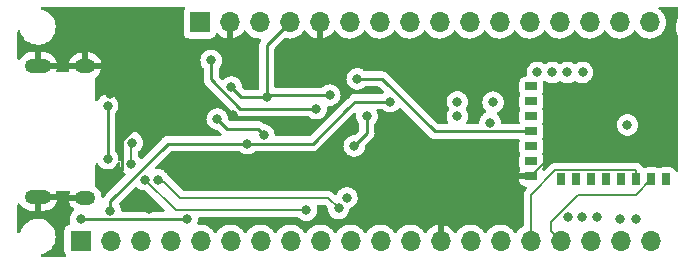
<source format=gbr>
%TF.GenerationSoftware,KiCad,Pcbnew,5.99.0-unknown-ed66c0f14d~128~ubuntu20.04.1*%
%TF.CreationDate,2021-06-03T22:12:58+01:00*%
%TF.ProjectId,nRF52840-BBoard,6e524635-3238-4343-902d-42426f617264,v2*%
%TF.SameCoordinates,Original*%
%TF.FileFunction,Copper,L4,Bot*%
%TF.FilePolarity,Positive*%
%FSLAX46Y46*%
G04 Gerber Fmt 4.6, Leading zero omitted, Abs format (unit mm)*
G04 Created by KiCad (PCBNEW 5.99.0-unknown-ed66c0f14d~128~ubuntu20.04.1) date 2021-06-03 22:12:58*
%MOMM*%
%LPD*%
G01*
G04 APERTURE LIST*
%TA.AperFunction,ComponentPad*%
%ADD10R,0.650000X1.000000*%
%TD*%
%TA.AperFunction,ComponentPad*%
%ADD11R,1.000000X0.650000*%
%TD*%
%TA.AperFunction,ComponentPad*%
%ADD12O,2.250000X1.250000*%
%TD*%
%TA.AperFunction,ComponentPad*%
%ADD13O,1.750000X1.250000*%
%TD*%
%TA.AperFunction,ComponentPad*%
%ADD14R,1.700000X1.700000*%
%TD*%
%TA.AperFunction,ComponentPad*%
%ADD15O,1.700000X1.700000*%
%TD*%
%TA.AperFunction,ViaPad*%
%ADD16C,0.800000*%
%TD*%
%TA.AperFunction,Conductor*%
%ADD17C,0.150000*%
%TD*%
%TA.AperFunction,Conductor*%
%ADD18C,0.250000*%
%TD*%
%TA.AperFunction,Conductor*%
%ADD19C,0.200000*%
%TD*%
G04 APERTURE END LIST*
D10*
%TO.P,U1,42,P1.06*%
%TO.N,/P1.06*%
X130342500Y-65041000D03*
%TO.P,U1,40,P1.04*%
%TO.N,/P1.04*%
X129072500Y-65041000D03*
%TO.P,U1,38,P1.02*%
%TO.N,/P1.02*%
X127802500Y-65041000D03*
%TO.P,U1,36,P1.00*%
%TO.N,/P1.00*%
X126532500Y-65041000D03*
%TO.P,U1,34,P0.22*%
%TO.N,/P0.22*%
X125262500Y-65041000D03*
%TO.P,U1,32,P0.20*%
%TO.N,/P0.20*%
X123992500Y-65041000D03*
%TO.P,U1,30,P0.17*%
%TO.N,/P0.17*%
X122722500Y-65041000D03*
%TO.P,U1,28,P0.15*%
%TO.N,/P0.15*%
X121452500Y-65041000D03*
D11*
%TO.P,U1,24,GND*%
%TO.N,GND*%
X118912500Y-64787000D03*
%TO.P,U1,22,P0.07*%
%TO.N,/LED1*%
X118912500Y-63517000D03*
%TO.P,U1,20,P0.12*%
%TO.N,/P0.12*%
X118912500Y-62247000D03*
%TO.P,U1,18,P0.04/AIN2*%
%TO.N,BATTERY_PIN*%
X118912500Y-60977000D03*
%TO.P,U1,16,P0.08*%
%TO.N,/P0.08*%
X118912500Y-59707000D03*
%TO.P,U1,14,P0.06*%
%TO.N,/P0.06*%
X118912500Y-58437000D03*
%TO.P,U1,12,P0.26*%
%TO.N,/P0.26*%
X118912500Y-57167000D03*
%TD*%
D12*
%TO.P,J2,S1,SHIELD*%
%TO.N,GND*%
X77125000Y-55400000D03*
D13*
X81125000Y-55424400D03*
X81125000Y-66600000D03*
D12*
X77125000Y-66550000D03*
%TD*%
D14*
%TO.P,J5,1,Pin_1*%
%TO.N,VBAT*%
X90850000Y-51750000D03*
D15*
%TO.P,J5,2,Pin_2*%
%TO.N,GND*%
X93390000Y-51750000D03*
%TO.P,J5,3,Pin_3*%
%TO.N,VCC*%
X95930000Y-51750000D03*
%TO.P,J5,4,Pin_4*%
%TO.N,VUSB*%
X98470000Y-51750000D03*
%TO.P,J5,5,Pin_5*%
%TO.N,GND*%
X101010000Y-51750000D03*
%TO.P,J5,6,Pin_6*%
%TO.N,/P0.06*%
X103550000Y-51750000D03*
%TO.P,J5,7,Pin_7*%
%TO.N,/P0.26*%
X106090000Y-51750000D03*
%TO.P,J5,8,Pin_8*%
%TO.N,/P0.30*%
X108630000Y-51750000D03*
%TO.P,J5,9,Pin_9*%
%TO.N,/P0.31*%
X111170000Y-51750000D03*
%TO.P,J5,10,Pin_10*%
%TO.N,/P0.29*%
X113710000Y-51750000D03*
%TO.P,J5,11,Pin_11*%
%TO.N,/P0.02*%
X116250000Y-51750000D03*
%TO.P,J5,12,Pin_12*%
%TO.N,/P1.13*%
X118790000Y-51750000D03*
%TO.P,J5,13,Pin_13*%
%TO.N,/P0.28*%
X121330000Y-51750000D03*
%TO.P,J5,14,Pin_14*%
%TO.N,/P0.03*%
X123870000Y-51750000D03*
%TO.P,J5,15,Pin_15*%
%TO.N,/P1.10*%
X126410000Y-51750000D03*
%TO.P,J5,16,Pin_16*%
%TO.N,/P1.11*%
X128950000Y-51750000D03*
%TD*%
%TO.P,J4,20,Pin_20*%
%TO.N,/P0.10*%
X129010000Y-70225000D03*
%TO.P,J4,19,Pin_19*%
%TO.N,/P1.06*%
X126470000Y-70225000D03*
%TO.P,J4,18,Pin_18*%
%TO.N,/P0.09*%
X123930000Y-70225000D03*
%TO.P,J4,17,Pin_17*%
%TO.N,/P1.04*%
X121390000Y-70225000D03*
%TO.P,J4,16,Pin_16*%
%TO.N,/P1.02*%
X118850000Y-70225000D03*
%TO.P,J4,15,Pin_15*%
%TO.N,/P0.24*%
X116310000Y-70225000D03*
%TO.P,J4,14,Pin_14*%
%TO.N,/P0.13*%
X113770000Y-70225000D03*
%TO.P,J4,13,Pin_13*%
%TO.N,GND*%
X111230000Y-70225000D03*
%TO.P,J4,12,Pin_12*%
%TO.N,/P1.00*%
X108690000Y-70225000D03*
%TO.P,J4,11,Pin_11*%
%TO.N,/P0.22*%
X106150000Y-70225000D03*
%TO.P,J4,10,Pin_10*%
%TO.N,/P0.20*%
X103610000Y-70225000D03*
%TO.P,J4,9,Pin_9*%
%TO.N,/P0.17*%
X101070000Y-70225000D03*
%TO.P,J4,8,Pin_8*%
%TO.N,/P0.15*%
X98530000Y-70225000D03*
%TO.P,J4,7,Pin_7*%
%TO.N,/P0.12*%
X95990000Y-70225000D03*
%TO.P,J4,6,Pin_6*%
%TO.N,/P1.09*%
X93450000Y-70225000D03*
%TO.P,J4,5,Pin_5*%
%TO.N,/P0.08*%
X90910000Y-70225000D03*
%TO.P,J4,4,Pin_4*%
%TO.N,/P0.05*%
X88370000Y-70225000D03*
%TO.P,J4,3,Pin_3*%
%TO.N,GND*%
X85830000Y-70225000D03*
%TO.P,J4,2,Pin_2*%
%TO.N,VCC*%
X83290000Y-70225000D03*
D14*
%TO.P,J4,1,Pin_1*%
%TO.N,RESET*%
X80750000Y-70225000D03*
%TD*%
D16*
%TO.N,GND*%
X93650000Y-59550000D03*
X92025000Y-63225000D03*
X106650000Y-59750000D03*
X99075000Y-54925000D03*
X101800000Y-62800000D03*
X125775000Y-56000000D03*
X88525000Y-54950000D03*
X83300000Y-65225000D03*
X86850000Y-59750000D03*
X103225000Y-57925000D03*
X86525000Y-67550000D03*
X96150000Y-63225000D03*
X83225000Y-57800000D03*
X120525000Y-62900000D03*
%TO.N,VBAT*%
X100700000Y-59050000D03*
X91800000Y-54950000D03*
%TO.N,VCC*%
X94875000Y-62000000D03*
X106950000Y-58450000D03*
X83275000Y-67675000D03*
%TO.N,VUSB*%
X83040803Y-58782383D03*
X93525000Y-57225000D03*
X96525000Y-58075000D03*
X83038766Y-63275000D03*
X101850000Y-57900000D03*
%TO.N,SWDIO*%
X126425000Y-68350000D03*
X127050000Y-60425000D03*
X112650000Y-58475000D03*
%TO.N,SWDCLK*%
X112650000Y-59675000D03*
X127773769Y-68348769D03*
%TO.N,D+*%
X123225000Y-68225000D03*
X85025000Y-63750000D03*
X99875000Y-67650000D03*
X86200000Y-65050000D03*
X85125000Y-61925000D03*
%TO.N,D-*%
X102600000Y-67500000D03*
X122000000Y-68225000D03*
X87325000Y-65075000D03*
%TO.N,RESET*%
X80750000Y-68400000D03*
X89775000Y-68400000D03*
X105000000Y-59675000D03*
X103925000Y-62200000D03*
%TO.N,/P0.02*%
X123250000Y-55975000D03*
%TO.N,/P0.29*%
X121975000Y-55975000D03*
%TO.N,/P0.31*%
X120700000Y-55975000D03*
%TO.N,/P0.30*%
X119425000Y-55975000D03*
%TO.N,/P0.05*%
X115675000Y-58500000D03*
%TO.N,/LED1*%
X103300000Y-66600000D03*
%TO.N,BATTERY_PIN*%
X104175000Y-56525000D03*
%TO.N,Net-(R6-Pad1)*%
X96274799Y-61274799D03*
X92325000Y-59925000D03*
%TO.N,/P1.09*%
X115425000Y-60225000D03*
%TO.N,/P0.13*%
X124475000Y-68250000D03*
%TD*%
D17*
%TO.N,GND*%
X120525000Y-62900000D02*
X125775000Y-57650000D01*
X120525000Y-62900000D02*
X120525000Y-63174500D01*
X120525000Y-63174500D02*
X118912500Y-64787000D01*
D18*
X86227723Y-59750000D02*
X84300489Y-61677234D01*
X84300489Y-61677234D02*
X84300489Y-64224511D01*
X96150000Y-63225000D02*
X101375000Y-63225000D01*
D17*
X125775000Y-57650000D02*
X125775000Y-56000000D01*
D18*
X101375000Y-63225000D02*
X101800000Y-62800000D01*
X84300489Y-64224511D02*
X83300000Y-65225000D01*
X86850000Y-59750000D02*
X86227723Y-59750000D01*
%TO.N,VBAT*%
X91800000Y-54950000D02*
X91800000Y-56572277D01*
X94277723Y-59050000D02*
X100700000Y-59050000D01*
X91800000Y-56572277D02*
X94277723Y-59050000D01*
%TO.N,VCC*%
X103375000Y-59025000D02*
X103950000Y-58450000D01*
X100375000Y-62000000D02*
X100400000Y-62000000D01*
X83275000Y-67675000D02*
X83275000Y-66877723D01*
X88152723Y-62000000D02*
X83275000Y-66877723D01*
X94875000Y-62000000D02*
X100375000Y-62000000D01*
X103950000Y-58450000D02*
X106950000Y-58450000D01*
X94875000Y-62000000D02*
X88152723Y-62000000D01*
X100400000Y-62000000D02*
X103375000Y-59025000D01*
%TO.N,VUSB*%
X83038766Y-58784420D02*
X83040803Y-58782383D01*
X96700000Y-57900000D02*
X96525000Y-58075000D01*
X96525000Y-58075000D02*
X96525000Y-53695000D01*
X101850000Y-57900000D02*
X96700000Y-57900000D01*
X94375000Y-58075000D02*
X93525000Y-57225000D01*
X96525000Y-58075000D02*
X94375000Y-58075000D01*
X83038766Y-63275000D02*
X83038766Y-58784420D01*
X96525000Y-53695000D02*
X98470000Y-51750000D01*
D19*
%TO.N,D+*%
X88800000Y-67650000D02*
X99875000Y-67650000D01*
X85025000Y-62025000D02*
X85125000Y-61925000D01*
X86200000Y-65050000D02*
X88800000Y-67650000D01*
X85025000Y-63750000D02*
X85025000Y-62025000D01*
%TO.N,D-*%
X87825000Y-65225000D02*
X89200860Y-66600860D01*
X87825000Y-65225000D02*
X87475000Y-65225000D01*
X101577609Y-66600860D02*
X89200860Y-66600860D01*
X87475000Y-65225000D02*
X87325000Y-65075000D01*
D17*
X101700860Y-66600860D02*
X102600000Y-67500000D01*
X101577609Y-66600860D02*
X101700860Y-66600860D01*
D18*
%TO.N,RESET*%
X89775000Y-68400000D02*
X80750000Y-68400000D01*
X105000000Y-59675000D02*
X105000000Y-61125000D01*
X105000000Y-61125000D02*
X103925000Y-62200000D01*
D17*
%TO.N,/P1.04*%
X127763500Y-66350000D02*
X122876723Y-66350000D01*
X129072500Y-65041000D02*
X127763500Y-66350000D01*
X122876723Y-66350000D02*
X120540000Y-68686723D01*
X120540000Y-68686723D02*
X120540000Y-69375000D01*
X120540000Y-69375000D02*
X121390000Y-70225000D01*
D18*
%TO.N,BATTERY_PIN*%
X110727000Y-60977000D02*
X106275000Y-56525000D01*
X106275000Y-56525000D02*
X104175000Y-56525000D01*
X118912500Y-60977000D02*
X110727000Y-60977000D01*
%TO.N,Net-(R6-Pad1)*%
X95750000Y-60750000D02*
X93150000Y-60750000D01*
X93150000Y-60750000D02*
X92325000Y-59925000D01*
X96274799Y-61274799D02*
X95750000Y-60750000D01*
D17*
%TO.N,/P1.02*%
X127802500Y-65041000D02*
X127802500Y-64252500D01*
X118850000Y-66324380D02*
X118850000Y-70225000D01*
X120921880Y-64252500D02*
X118850000Y-66324380D01*
X127802500Y-64252500D02*
X120921880Y-64252500D01*
%TD*%
%TA.AperFunction,Conductor*%
%TO.N,GND*%
G36*
X79781027Y-66003002D02*
G01*
X79827520Y-66056658D01*
X79837624Y-66126932D01*
X79831934Y-66150333D01*
X79771343Y-66324816D01*
X79770030Y-66330204D01*
X79771712Y-66342006D01*
X79785283Y-66346000D01*
X81253000Y-66346000D01*
X81321121Y-66366002D01*
X81367614Y-66419658D01*
X81379000Y-66472000D01*
X81379000Y-66728000D01*
X81358998Y-66796121D01*
X81305342Y-66842614D01*
X81253000Y-66854000D01*
X79789039Y-66854000D01*
X79775508Y-66857973D01*
X79774153Y-66867399D01*
X79797594Y-66964664D01*
X79801483Y-66975959D01*
X79885991Y-67161824D01*
X79891938Y-67172166D01*
X80010074Y-67338707D01*
X80017867Y-67347736D01*
X80165364Y-67488934D01*
X80175240Y-67496733D01*
X80216304Y-67554649D01*
X80219537Y-67625572D01*
X80183914Y-67686984D01*
X80171211Y-67697552D01*
X80144093Y-67717254D01*
X80144091Y-67717256D01*
X80138749Y-67721137D01*
X80134328Y-67726047D01*
X80134327Y-67726048D01*
X80026137Y-67846206D01*
X80010963Y-67863058D01*
X80007662Y-67868776D01*
X79921444Y-68018110D01*
X79915476Y-68028446D01*
X79911121Y-68041850D01*
X79865836Y-68181224D01*
X79856462Y-68210073D01*
X79855772Y-68216636D01*
X79855772Y-68216637D01*
X79837980Y-68385920D01*
X79836500Y-68400000D01*
X79837190Y-68406565D01*
X79850388Y-68532132D01*
X79856462Y-68589927D01*
X79858502Y-68596205D01*
X79858502Y-68596206D01*
X79895929Y-68711395D01*
X79897956Y-68782363D01*
X79861294Y-68843161D01*
X79811594Y-68871227D01*
X79695330Y-68905365D01*
X79695328Y-68905366D01*
X79686684Y-68907904D01*
X79669232Y-68919120D01*
X79571309Y-68982051D01*
X79571306Y-68982053D01*
X79563729Y-68986923D01*
X79557828Y-68993733D01*
X79473918Y-69090569D01*
X79473916Y-69090572D01*
X79468016Y-69097381D01*
X79464272Y-69105579D01*
X79426015Y-69189351D01*
X79407300Y-69230330D01*
X79406018Y-69239245D01*
X79406018Y-69239246D01*
X79387139Y-69370552D01*
X79387138Y-69370559D01*
X79386500Y-69375000D01*
X79386500Y-71075000D01*
X79391727Y-71148079D01*
X79400299Y-71177272D01*
X79424350Y-71259182D01*
X79432904Y-71288316D01*
X79437774Y-71295894D01*
X79437775Y-71295896D01*
X79503316Y-71397879D01*
X79523318Y-71466000D01*
X79503316Y-71534121D01*
X79449660Y-71580614D01*
X79397318Y-71592000D01*
X77509745Y-71592000D01*
X77441624Y-71571998D01*
X77395131Y-71518342D01*
X77385027Y-71448068D01*
X77414521Y-71383488D01*
X77474247Y-71345104D01*
X77486567Y-71342150D01*
X77516848Y-71336483D01*
X77516847Y-71336483D01*
X77521823Y-71335552D01*
X77582915Y-71313558D01*
X77669968Y-71282217D01*
X77750234Y-71253320D01*
X77962558Y-71135626D01*
X77966536Y-71132496D01*
X77966540Y-71132493D01*
X78149358Y-70988629D01*
X78149359Y-70988628D01*
X78153334Y-70985500D01*
X78157495Y-70980975D01*
X78314231Y-70810527D01*
X78314234Y-70810523D01*
X78317654Y-70806804D01*
X78451290Y-70604134D01*
X78473434Y-70554861D01*
X78548730Y-70387322D01*
X78548732Y-70387316D01*
X78550804Y-70382706D01*
X78571000Y-70307333D01*
X78612327Y-70153098D01*
X78612327Y-70153097D01*
X78613635Y-70148216D01*
X78638168Y-69906696D01*
X78638500Y-69875000D01*
X78619031Y-69633020D01*
X78611449Y-69602149D01*
X78562331Y-69402179D01*
X78561124Y-69397265D01*
X78556323Y-69385953D01*
X78468245Y-69178456D01*
X78468245Y-69178455D01*
X78466269Y-69173801D01*
X78336907Y-68968378D01*
X78176365Y-68786279D01*
X77988775Y-68632191D01*
X77778962Y-68510076D01*
X77774235Y-68508262D01*
X77774232Y-68508260D01*
X77557048Y-68424891D01*
X77557044Y-68424890D01*
X77552324Y-68423078D01*
X77547374Y-68422044D01*
X77547371Y-68422043D01*
X77319643Y-68374468D01*
X77319639Y-68374468D01*
X77314692Y-68373434D01*
X77072180Y-68362422D01*
X77067160Y-68363003D01*
X77067156Y-68363003D01*
X76869089Y-68385920D01*
X76831026Y-68390324D01*
X76826155Y-68391702D01*
X76826152Y-68391703D01*
X76766808Y-68408496D01*
X76597436Y-68456424D01*
X76487428Y-68507721D01*
X76382001Y-68556882D01*
X76381997Y-68556884D01*
X76377419Y-68559019D01*
X76176635Y-68695472D01*
X76000250Y-68862271D01*
X75997172Y-68866297D01*
X75997171Y-68866298D01*
X75855875Y-69051105D01*
X75855872Y-69051109D01*
X75852802Y-69055125D01*
X75850412Y-69059583D01*
X75850411Y-69059584D01*
X75814369Y-69126803D01*
X75738085Y-69269072D01*
X75736439Y-69273853D01*
X75736437Y-69273857D01*
X75673259Y-69457339D01*
X75659049Y-69498608D01*
X75658187Y-69503600D01*
X75658161Y-69503749D01*
X75658135Y-69503802D01*
X75656930Y-69508495D01*
X75655953Y-69508244D01*
X75626856Y-69567471D01*
X75566070Y-69604153D01*
X75495102Y-69602149D01*
X75436484Y-69562094D01*
X75408826Y-69496706D01*
X75408000Y-69482303D01*
X75408000Y-67187221D01*
X75428002Y-67119100D01*
X75481658Y-67072607D01*
X75551932Y-67062503D01*
X75616512Y-67091997D01*
X75637764Y-67117780D01*
X75638471Y-67117279D01*
X75760074Y-67288707D01*
X75767867Y-67297736D01*
X75915358Y-67438928D01*
X75924733Y-67446332D01*
X76096252Y-67557079D01*
X76106860Y-67562578D01*
X76296223Y-67638893D01*
X76307681Y-67642287D01*
X76509505Y-67681701D01*
X76518473Y-67682790D01*
X76521223Y-67682925D01*
X76524316Y-67683000D01*
X76852885Y-67683000D01*
X76868124Y-67678525D01*
X76869329Y-67677135D01*
X76871000Y-67669452D01*
X76871000Y-66817548D01*
X77379000Y-66817548D01*
X77379000Y-67664885D01*
X77383475Y-67680124D01*
X77384865Y-67681329D01*
X77392548Y-67683000D01*
X77674413Y-67683000D01*
X77680390Y-67682715D01*
X77834214Y-67668039D01*
X77845948Y-67665780D01*
X78041864Y-67608305D01*
X78052947Y-67603872D01*
X78234458Y-67510387D01*
X78244513Y-67503931D01*
X78405070Y-67377813D01*
X78413719Y-67369577D01*
X78547535Y-67215366D01*
X78554464Y-67205653D01*
X78656706Y-67028921D01*
X78661679Y-67018060D01*
X78728657Y-66825184D01*
X78729970Y-66819796D01*
X78728288Y-66807994D01*
X78714717Y-66804000D01*
X77397115Y-66804000D01*
X77381876Y-66808475D01*
X77380671Y-66809865D01*
X77379000Y-66817548D01*
X76871000Y-66817548D01*
X76871000Y-66422000D01*
X76891002Y-66353879D01*
X76944658Y-66307386D01*
X76997000Y-66296000D01*
X78710961Y-66296000D01*
X78724492Y-66292027D01*
X78725847Y-66282601D01*
X78702406Y-66185336D01*
X78698515Y-66174037D01*
X78692656Y-66161150D01*
X78682670Y-66090860D01*
X78712271Y-66026328D01*
X78772061Y-65988045D01*
X78807357Y-65983000D01*
X79712906Y-65983000D01*
X79781027Y-66003002D01*
G37*
%TD.AperFunction*%
%TA.AperFunction,Conductor*%
G36*
X107803639Y-58969742D02*
G01*
X107854941Y-59000845D01*
X110223609Y-61369513D01*
X110230969Y-61377601D01*
X110235027Y-61383995D01*
X110240804Y-61389420D01*
X110283878Y-61429869D01*
X110286720Y-61432624D01*
X110307034Y-61452938D01*
X110310445Y-61455583D01*
X110319465Y-61463287D01*
X110351699Y-61493557D01*
X110358643Y-61497374D01*
X110358645Y-61497376D01*
X110369453Y-61503318D01*
X110385977Y-61514172D01*
X110401977Y-61526583D01*
X110437234Y-61541840D01*
X110442551Y-61544141D01*
X110453207Y-61549362D01*
X110491952Y-61570662D01*
X110499635Y-61572634D01*
X110499636Y-61572635D01*
X110511568Y-61575699D01*
X110530272Y-61582103D01*
X110541583Y-61586998D01*
X110541590Y-61587000D01*
X110548864Y-61590148D01*
X110576663Y-61594551D01*
X110592538Y-61597065D01*
X110604163Y-61599473D01*
X110641218Y-61608987D01*
X110641220Y-61608987D01*
X110646975Y-61610465D01*
X110647531Y-61610500D01*
X110667446Y-61610500D01*
X110687156Y-61612051D01*
X110706944Y-61615185D01*
X110714835Y-61614439D01*
X110750590Y-61611059D01*
X110762448Y-61610500D01*
X117801806Y-61610500D01*
X117869927Y-61630502D01*
X117916420Y-61684158D01*
X117926524Y-61754432D01*
X117923128Y-61770043D01*
X117919800Y-61777330D01*
X117918518Y-61786248D01*
X117918517Y-61786251D01*
X117899639Y-61917552D01*
X117899638Y-61917559D01*
X117899000Y-61922000D01*
X117899000Y-62572000D01*
X117904227Y-62645079D01*
X117911776Y-62670789D01*
X117941820Y-62773109D01*
X117945404Y-62785316D01*
X117950276Y-62792897D01*
X117963189Y-62812990D01*
X117983192Y-62881111D01*
X117971805Y-62933455D01*
X117951150Y-62978684D01*
X117919800Y-63047330D01*
X117918518Y-63056245D01*
X117918518Y-63056246D01*
X117899639Y-63187552D01*
X117899638Y-63187559D01*
X117899000Y-63192000D01*
X117899000Y-63842000D01*
X117904227Y-63915079D01*
X117922630Y-63977754D01*
X117937237Y-64027500D01*
X117945404Y-64055316D01*
X117950275Y-64062895D01*
X117963508Y-64083486D01*
X117983510Y-64151606D01*
X117972124Y-64203949D01*
X117924023Y-64309275D01*
X117918998Y-64326388D01*
X117900139Y-64457554D01*
X117899500Y-64466495D01*
X117899500Y-64514885D01*
X117903975Y-64530124D01*
X117905365Y-64531329D01*
X117913048Y-64533000D01*
X119040500Y-64533000D01*
X119108621Y-64553002D01*
X119155114Y-64606658D01*
X119166500Y-64659000D01*
X119166500Y-64915000D01*
X119146498Y-64983121D01*
X119092842Y-65029614D01*
X119040500Y-65041000D01*
X117917615Y-65041000D01*
X117902376Y-65045475D01*
X117901171Y-65046865D01*
X117899500Y-65054548D01*
X117899500Y-65109743D01*
X117899661Y-65114250D01*
X117904240Y-65178269D01*
X117906626Y-65191491D01*
X117943319Y-65316458D01*
X117950733Y-65332692D01*
X118019926Y-65440360D01*
X118031612Y-65453847D01*
X118128340Y-65537662D01*
X118143348Y-65547307D01*
X118259775Y-65600477D01*
X118276888Y-65605502D01*
X118408054Y-65624361D01*
X118416995Y-65625000D01*
X118419997Y-65625000D01*
X118420963Y-65625284D01*
X118421485Y-65625321D01*
X118421477Y-65625435D01*
X118488118Y-65645002D01*
X118534611Y-65698658D01*
X118544715Y-65768932D01*
X118515221Y-65833512D01*
X118509092Y-65840095D01*
X118470100Y-65879087D01*
X118457709Y-65889954D01*
X118433868Y-65908248D01*
X118350143Y-66017360D01*
X118340344Y-66030130D01*
X118337185Y-66037756D01*
X118337184Y-66037758D01*
X118312963Y-66096233D01*
X118281553Y-66172065D01*
X118261500Y-66324380D01*
X118262578Y-66332568D01*
X118265422Y-66354170D01*
X118266500Y-66370617D01*
X118266500Y-68918961D01*
X118246498Y-68987082D01*
X118205865Y-69026680D01*
X118051196Y-69120535D01*
X118051191Y-69120539D01*
X118046631Y-69123306D01*
X118042601Y-69126803D01*
X117892256Y-69257265D01*
X117872492Y-69274415D01*
X117869109Y-69278541D01*
X117869105Y-69278545D01*
X117816903Y-69342211D01*
X117726304Y-69452705D01*
X117723667Y-69457338D01*
X117723666Y-69457339D01*
X117690116Y-69516278D01*
X117639033Y-69565584D01*
X117569402Y-69579445D01*
X117503332Y-69553461D01*
X117476094Y-69524312D01*
X117476094Y-69524311D01*
X117393209Y-69401197D01*
X117375607Y-69375052D01*
X117375605Y-69375050D01*
X117372627Y-69370626D01*
X117361576Y-69359041D01*
X117249935Y-69242012D01*
X117213482Y-69203799D01*
X117028504Y-69066171D01*
X117023753Y-69063755D01*
X117023749Y-69063753D01*
X116827740Y-68964097D01*
X116827739Y-68964097D01*
X116822982Y-68961678D01*
X116701485Y-68923952D01*
X116607895Y-68894891D01*
X116607889Y-68894890D01*
X116602792Y-68893307D01*
X116497798Y-68879391D01*
X116379515Y-68863714D01*
X116379510Y-68863714D01*
X116374230Y-68863014D01*
X116368900Y-68863214D01*
X116368899Y-68863214D01*
X116275320Y-68866727D01*
X116143831Y-68871663D01*
X116076727Y-68885743D01*
X115923411Y-68917912D01*
X115923408Y-68917913D01*
X115918184Y-68919009D01*
X115703740Y-69003697D01*
X115506631Y-69123306D01*
X115502601Y-69126803D01*
X115352256Y-69257265D01*
X115332492Y-69274415D01*
X115329109Y-69278541D01*
X115329105Y-69278545D01*
X115276903Y-69342211D01*
X115186304Y-69452705D01*
X115183667Y-69457338D01*
X115183666Y-69457339D01*
X115150116Y-69516278D01*
X115099033Y-69565584D01*
X115029402Y-69579445D01*
X114963332Y-69553461D01*
X114936094Y-69524312D01*
X114936094Y-69524311D01*
X114853209Y-69401197D01*
X114835607Y-69375052D01*
X114835605Y-69375050D01*
X114832627Y-69370626D01*
X114821576Y-69359041D01*
X114709935Y-69242012D01*
X114673482Y-69203799D01*
X114488504Y-69066171D01*
X114483753Y-69063755D01*
X114483749Y-69063753D01*
X114287740Y-68964097D01*
X114287739Y-68964097D01*
X114282982Y-68961678D01*
X114161485Y-68923952D01*
X114067895Y-68894891D01*
X114067889Y-68894890D01*
X114062792Y-68893307D01*
X113957798Y-68879391D01*
X113839515Y-68863714D01*
X113839510Y-68863714D01*
X113834230Y-68863014D01*
X113828900Y-68863214D01*
X113828899Y-68863214D01*
X113735320Y-68866727D01*
X113603831Y-68871663D01*
X113536727Y-68885743D01*
X113383411Y-68917912D01*
X113383408Y-68917913D01*
X113378184Y-68919009D01*
X113163740Y-69003697D01*
X112966631Y-69123306D01*
X112962601Y-69126803D01*
X112812256Y-69257265D01*
X112792492Y-69274415D01*
X112789109Y-69278541D01*
X112789105Y-69278545D01*
X112736903Y-69342211D01*
X112646304Y-69452705D01*
X112609854Y-69516739D01*
X112609842Y-69516760D01*
X112558760Y-69566066D01*
X112489130Y-69579928D01*
X112423059Y-69553945D01*
X112395820Y-69524795D01*
X112295218Y-69375366D01*
X112288557Y-69367080D01*
X112136830Y-69208030D01*
X112128873Y-69200990D01*
X111952523Y-69069782D01*
X111943486Y-69064178D01*
X111747550Y-68964559D01*
X111737699Y-68960559D01*
X111527778Y-68895378D01*
X111517396Y-68893095D01*
X111501959Y-68891049D01*
X111487792Y-68893246D01*
X111484000Y-68906430D01*
X111484000Y-70353000D01*
X111463998Y-70421121D01*
X111410342Y-70467614D01*
X111358000Y-70479000D01*
X111102000Y-70479000D01*
X111033879Y-70458998D01*
X110987386Y-70405342D01*
X110976000Y-70353000D01*
X110976000Y-68908717D01*
X110972027Y-68895186D01*
X110961420Y-68893661D01*
X110843554Y-68918391D01*
X110833358Y-68921451D01*
X110628932Y-69002182D01*
X110619396Y-69006916D01*
X110431486Y-69120942D01*
X110422896Y-69127206D01*
X110256884Y-69271264D01*
X110249464Y-69278895D01*
X110110100Y-69448860D01*
X110104079Y-69457622D01*
X110070427Y-69516739D01*
X110019344Y-69566045D01*
X109949714Y-69579906D01*
X109883643Y-69553922D01*
X109856405Y-69524773D01*
X109775338Y-69404360D01*
X109752627Y-69370626D01*
X109741576Y-69359041D01*
X109629935Y-69242012D01*
X109593482Y-69203799D01*
X109408504Y-69066171D01*
X109403753Y-69063755D01*
X109403749Y-69063753D01*
X109207740Y-68964097D01*
X109207739Y-68964097D01*
X109202982Y-68961678D01*
X109081485Y-68923952D01*
X108987895Y-68894891D01*
X108987889Y-68894890D01*
X108982792Y-68893307D01*
X108877798Y-68879391D01*
X108759515Y-68863714D01*
X108759510Y-68863714D01*
X108754230Y-68863014D01*
X108748900Y-68863214D01*
X108748899Y-68863214D01*
X108655320Y-68866727D01*
X108523831Y-68871663D01*
X108456727Y-68885743D01*
X108303411Y-68917912D01*
X108303408Y-68917913D01*
X108298184Y-68919009D01*
X108083740Y-69003697D01*
X107886631Y-69123306D01*
X107882601Y-69126803D01*
X107732256Y-69257265D01*
X107712492Y-69274415D01*
X107709109Y-69278541D01*
X107709105Y-69278545D01*
X107656903Y-69342211D01*
X107566304Y-69452705D01*
X107563667Y-69457338D01*
X107563666Y-69457339D01*
X107530116Y-69516278D01*
X107479033Y-69565584D01*
X107409402Y-69579445D01*
X107343332Y-69553461D01*
X107316094Y-69524312D01*
X107316094Y-69524311D01*
X107233209Y-69401197D01*
X107215607Y-69375052D01*
X107215605Y-69375050D01*
X107212627Y-69370626D01*
X107201576Y-69359041D01*
X107089935Y-69242012D01*
X107053482Y-69203799D01*
X106868504Y-69066171D01*
X106863753Y-69063755D01*
X106863749Y-69063753D01*
X106667740Y-68964097D01*
X106667739Y-68964097D01*
X106662982Y-68961678D01*
X106541485Y-68923952D01*
X106447895Y-68894891D01*
X106447889Y-68894890D01*
X106442792Y-68893307D01*
X106337798Y-68879391D01*
X106219515Y-68863714D01*
X106219510Y-68863714D01*
X106214230Y-68863014D01*
X106208900Y-68863214D01*
X106208899Y-68863214D01*
X106115320Y-68866727D01*
X105983831Y-68871663D01*
X105916727Y-68885743D01*
X105763411Y-68917912D01*
X105763408Y-68917913D01*
X105758184Y-68919009D01*
X105543740Y-69003697D01*
X105346631Y-69123306D01*
X105342601Y-69126803D01*
X105192256Y-69257265D01*
X105172492Y-69274415D01*
X105169109Y-69278541D01*
X105169105Y-69278545D01*
X105116903Y-69342211D01*
X105026304Y-69452705D01*
X105023667Y-69457338D01*
X105023666Y-69457339D01*
X104990116Y-69516278D01*
X104939033Y-69565584D01*
X104869402Y-69579445D01*
X104803332Y-69553461D01*
X104776094Y-69524312D01*
X104776094Y-69524311D01*
X104693209Y-69401197D01*
X104675607Y-69375052D01*
X104675605Y-69375050D01*
X104672627Y-69370626D01*
X104661576Y-69359041D01*
X104549935Y-69242012D01*
X104513482Y-69203799D01*
X104328504Y-69066171D01*
X104323753Y-69063755D01*
X104323749Y-69063753D01*
X104127740Y-68964097D01*
X104127739Y-68964097D01*
X104122982Y-68961678D01*
X104001485Y-68923952D01*
X103907895Y-68894891D01*
X103907889Y-68894890D01*
X103902792Y-68893307D01*
X103797798Y-68879391D01*
X103679515Y-68863714D01*
X103679510Y-68863714D01*
X103674230Y-68863014D01*
X103668900Y-68863214D01*
X103668899Y-68863214D01*
X103575320Y-68866727D01*
X103443831Y-68871663D01*
X103376727Y-68885743D01*
X103223411Y-68917912D01*
X103223408Y-68917913D01*
X103218184Y-68919009D01*
X103003740Y-69003697D01*
X102806631Y-69123306D01*
X102802601Y-69126803D01*
X102652256Y-69257265D01*
X102632492Y-69274415D01*
X102629109Y-69278541D01*
X102629105Y-69278545D01*
X102576903Y-69342211D01*
X102486304Y-69452705D01*
X102483667Y-69457338D01*
X102483666Y-69457339D01*
X102450116Y-69516278D01*
X102399033Y-69565584D01*
X102329402Y-69579445D01*
X102263332Y-69553461D01*
X102236094Y-69524312D01*
X102236094Y-69524311D01*
X102153209Y-69401197D01*
X102135607Y-69375052D01*
X102135605Y-69375050D01*
X102132627Y-69370626D01*
X102121576Y-69359041D01*
X102009935Y-69242012D01*
X101973482Y-69203799D01*
X101788504Y-69066171D01*
X101783753Y-69063755D01*
X101783749Y-69063753D01*
X101587740Y-68964097D01*
X101587739Y-68964097D01*
X101582982Y-68961678D01*
X101461485Y-68923952D01*
X101367895Y-68894891D01*
X101367889Y-68894890D01*
X101362792Y-68893307D01*
X101257798Y-68879391D01*
X101139515Y-68863714D01*
X101139510Y-68863714D01*
X101134230Y-68863014D01*
X101128900Y-68863214D01*
X101128899Y-68863214D01*
X101035320Y-68866727D01*
X100903831Y-68871663D01*
X100836727Y-68885743D01*
X100683411Y-68917912D01*
X100683408Y-68917913D01*
X100678184Y-68919009D01*
X100463740Y-69003697D01*
X100266631Y-69123306D01*
X100262601Y-69126803D01*
X100112256Y-69257265D01*
X100092492Y-69274415D01*
X100089109Y-69278541D01*
X100089105Y-69278545D01*
X100036903Y-69342211D01*
X99946304Y-69452705D01*
X99943667Y-69457338D01*
X99943666Y-69457339D01*
X99910116Y-69516278D01*
X99859033Y-69565584D01*
X99789402Y-69579445D01*
X99723332Y-69553461D01*
X99696094Y-69524312D01*
X99696094Y-69524311D01*
X99613209Y-69401197D01*
X99595607Y-69375052D01*
X99595605Y-69375050D01*
X99592627Y-69370626D01*
X99581576Y-69359041D01*
X99469935Y-69242012D01*
X99433482Y-69203799D01*
X99248504Y-69066171D01*
X99243753Y-69063755D01*
X99243749Y-69063753D01*
X99047740Y-68964097D01*
X99047739Y-68964097D01*
X99042982Y-68961678D01*
X98921485Y-68923952D01*
X98827895Y-68894891D01*
X98827889Y-68894890D01*
X98822792Y-68893307D01*
X98717798Y-68879391D01*
X98599515Y-68863714D01*
X98599510Y-68863714D01*
X98594230Y-68863014D01*
X98588900Y-68863214D01*
X98588899Y-68863214D01*
X98495320Y-68866727D01*
X98363831Y-68871663D01*
X98296727Y-68885743D01*
X98143411Y-68917912D01*
X98143408Y-68917913D01*
X98138184Y-68919009D01*
X97923740Y-69003697D01*
X97726631Y-69123306D01*
X97722601Y-69126803D01*
X97572256Y-69257265D01*
X97552492Y-69274415D01*
X97549109Y-69278541D01*
X97549105Y-69278545D01*
X97496903Y-69342211D01*
X97406304Y-69452705D01*
X97403667Y-69457338D01*
X97403666Y-69457339D01*
X97370116Y-69516278D01*
X97319033Y-69565584D01*
X97249402Y-69579445D01*
X97183332Y-69553461D01*
X97156094Y-69524312D01*
X97156094Y-69524311D01*
X97073209Y-69401197D01*
X97055607Y-69375052D01*
X97055605Y-69375050D01*
X97052627Y-69370626D01*
X97041576Y-69359041D01*
X96929935Y-69242012D01*
X96893482Y-69203799D01*
X96708504Y-69066171D01*
X96703753Y-69063755D01*
X96703749Y-69063753D01*
X96507740Y-68964097D01*
X96507739Y-68964097D01*
X96502982Y-68961678D01*
X96381485Y-68923952D01*
X96287895Y-68894891D01*
X96287889Y-68894890D01*
X96282792Y-68893307D01*
X96177798Y-68879391D01*
X96059515Y-68863714D01*
X96059510Y-68863714D01*
X96054230Y-68863014D01*
X96048900Y-68863214D01*
X96048899Y-68863214D01*
X95955320Y-68866727D01*
X95823831Y-68871663D01*
X95756727Y-68885743D01*
X95603411Y-68917912D01*
X95603408Y-68917913D01*
X95598184Y-68919009D01*
X95383740Y-69003697D01*
X95186631Y-69123306D01*
X95182601Y-69126803D01*
X95032256Y-69257265D01*
X95012492Y-69274415D01*
X95009109Y-69278541D01*
X95009105Y-69278545D01*
X94956903Y-69342211D01*
X94866304Y-69452705D01*
X94863667Y-69457338D01*
X94863666Y-69457339D01*
X94830116Y-69516278D01*
X94779033Y-69565584D01*
X94709402Y-69579445D01*
X94643332Y-69553461D01*
X94616094Y-69524312D01*
X94616094Y-69524311D01*
X94533209Y-69401197D01*
X94515607Y-69375052D01*
X94515605Y-69375050D01*
X94512627Y-69370626D01*
X94501576Y-69359041D01*
X94389935Y-69242012D01*
X94353482Y-69203799D01*
X94168504Y-69066171D01*
X94163753Y-69063755D01*
X94163749Y-69063753D01*
X93967740Y-68964097D01*
X93967739Y-68964097D01*
X93962982Y-68961678D01*
X93841485Y-68923952D01*
X93747895Y-68894891D01*
X93747889Y-68894890D01*
X93742792Y-68893307D01*
X93637798Y-68879391D01*
X93519515Y-68863714D01*
X93519510Y-68863714D01*
X93514230Y-68863014D01*
X93508900Y-68863214D01*
X93508899Y-68863214D01*
X93415320Y-68866727D01*
X93283831Y-68871663D01*
X93216727Y-68885743D01*
X93063411Y-68917912D01*
X93063408Y-68917913D01*
X93058184Y-68919009D01*
X92843740Y-69003697D01*
X92646631Y-69123306D01*
X92642601Y-69126803D01*
X92492256Y-69257265D01*
X92472492Y-69274415D01*
X92469109Y-69278541D01*
X92469105Y-69278545D01*
X92416903Y-69342211D01*
X92326304Y-69452705D01*
X92323667Y-69457338D01*
X92323666Y-69457339D01*
X92290116Y-69516278D01*
X92239033Y-69565584D01*
X92169402Y-69579445D01*
X92103332Y-69553461D01*
X92076094Y-69524312D01*
X92076094Y-69524311D01*
X91993209Y-69401197D01*
X91975607Y-69375052D01*
X91975605Y-69375050D01*
X91972627Y-69370626D01*
X91961576Y-69359041D01*
X91849935Y-69242012D01*
X91813482Y-69203799D01*
X91628504Y-69066171D01*
X91623753Y-69063755D01*
X91623749Y-69063753D01*
X91427740Y-68964097D01*
X91427739Y-68964097D01*
X91422982Y-68961678D01*
X91301485Y-68923952D01*
X91207895Y-68894891D01*
X91207889Y-68894890D01*
X91202792Y-68893307D01*
X91097798Y-68879391D01*
X90979515Y-68863714D01*
X90979510Y-68863714D01*
X90974230Y-68863014D01*
X90968900Y-68863214D01*
X90968899Y-68863214D01*
X90755258Y-68871234D01*
X90686434Y-68853802D01*
X90637962Y-68801928D01*
X90625229Y-68732082D01*
X90630698Y-68706387D01*
X90666498Y-68596206D01*
X90666498Y-68596205D01*
X90668538Y-68589927D01*
X90674613Y-68532132D01*
X90687810Y-68406565D01*
X90688500Y-68400000D01*
X90687810Y-68393435D01*
X90687810Y-68386830D01*
X90690239Y-68386830D01*
X90701025Y-68327837D01*
X90749524Y-68275988D01*
X90813565Y-68258500D01*
X99144296Y-68258500D01*
X99212417Y-68278502D01*
X99237928Y-68300186D01*
X99263749Y-68328863D01*
X99269091Y-68332744D01*
X99269093Y-68332746D01*
X99373355Y-68408496D01*
X99418250Y-68441114D01*
X99424278Y-68443798D01*
X99424280Y-68443799D01*
X99569062Y-68508260D01*
X99592713Y-68518790D01*
X99686113Y-68538643D01*
X99773056Y-68557124D01*
X99773061Y-68557124D01*
X99779513Y-68558496D01*
X99970487Y-68558496D01*
X99976939Y-68557124D01*
X99976944Y-68557124D01*
X100063887Y-68538643D01*
X100157287Y-68518790D01*
X100180938Y-68508260D01*
X100325720Y-68443799D01*
X100325722Y-68443798D01*
X100331750Y-68441114D01*
X100376645Y-68408496D01*
X100480907Y-68332746D01*
X100480909Y-68332744D01*
X100486251Y-68328863D01*
X100555191Y-68252297D01*
X100609618Y-68191850D01*
X100609619Y-68191849D01*
X100614037Y-68186942D01*
X100687285Y-68060073D01*
X100706220Y-68027277D01*
X100706221Y-68027276D01*
X100709524Y-68021554D01*
X100753980Y-67884731D01*
X100766498Y-67846206D01*
X100766498Y-67846205D01*
X100768538Y-67839927D01*
X100770891Y-67817545D01*
X100787810Y-67656565D01*
X100788500Y-67650000D01*
X100773826Y-67510387D01*
X100769228Y-67466637D01*
X100769228Y-67466636D01*
X100768538Y-67460073D01*
X100740667Y-67374294D01*
X100738639Y-67303329D01*
X100775302Y-67242531D01*
X100839014Y-67211205D01*
X100860500Y-67209360D01*
X101431977Y-67209360D01*
X101500098Y-67229362D01*
X101521072Y-67246265D01*
X101652402Y-67377595D01*
X101686428Y-67439907D01*
X101688617Y-67479860D01*
X101686500Y-67500000D01*
X101687190Y-67506565D01*
X101705118Y-67677135D01*
X101706462Y-67689927D01*
X101708502Y-67696205D01*
X101708502Y-67696206D01*
X101716603Y-67721137D01*
X101765476Y-67871554D01*
X101860963Y-68036942D01*
X101865381Y-68041849D01*
X101865382Y-68041850D01*
X101965068Y-68152563D01*
X101988749Y-68178863D01*
X101994091Y-68182744D01*
X101994093Y-68182746D01*
X102125891Y-68278502D01*
X102143250Y-68291114D01*
X102149278Y-68293798D01*
X102149280Y-68293799D01*
X102304715Y-68363003D01*
X102317713Y-68368790D01*
X102402584Y-68386830D01*
X102498056Y-68407124D01*
X102498061Y-68407124D01*
X102504513Y-68408496D01*
X102695487Y-68408496D01*
X102701939Y-68407124D01*
X102701944Y-68407124D01*
X102797416Y-68386830D01*
X102882287Y-68368790D01*
X102895285Y-68363003D01*
X103050720Y-68293799D01*
X103050722Y-68293798D01*
X103056750Y-68291114D01*
X103074109Y-68278502D01*
X103205907Y-68182746D01*
X103205909Y-68182744D01*
X103211251Y-68178863D01*
X103234932Y-68152563D01*
X103334618Y-68041850D01*
X103334619Y-68041849D01*
X103339037Y-68036942D01*
X103434524Y-67871554D01*
X103483397Y-67721137D01*
X103491498Y-67696206D01*
X103491498Y-67696205D01*
X103493538Y-67689927D01*
X103505990Y-67571453D01*
X103533003Y-67505796D01*
X103583298Y-67471061D01*
X103582287Y-67468790D01*
X103750720Y-67393799D01*
X103750722Y-67393798D01*
X103756750Y-67391114D01*
X103772270Y-67379838D01*
X103905907Y-67282746D01*
X103905909Y-67282744D01*
X103911251Y-67278863D01*
X103940602Y-67246265D01*
X104034618Y-67141850D01*
X104034619Y-67141849D01*
X104039037Y-67136942D01*
X104134524Y-66971554D01*
X104172516Y-66854627D01*
X104191498Y-66796206D01*
X104191498Y-66796205D01*
X104193538Y-66789927D01*
X104197827Y-66749125D01*
X104212810Y-66606565D01*
X104213500Y-66600000D01*
X104209934Y-66566073D01*
X104194228Y-66416637D01*
X104194228Y-66416636D01*
X104193538Y-66410073D01*
X104172720Y-66346000D01*
X104136566Y-66234731D01*
X104134524Y-66228446D01*
X104104881Y-66177102D01*
X104065551Y-66108981D01*
X104039037Y-66063058D01*
X104033275Y-66056658D01*
X103915673Y-65926048D01*
X103915672Y-65926047D01*
X103911251Y-65921137D01*
X103905909Y-65917256D01*
X103905907Y-65917254D01*
X103762092Y-65812767D01*
X103762091Y-65812766D01*
X103756750Y-65808886D01*
X103750722Y-65806202D01*
X103750720Y-65806201D01*
X103588318Y-65733895D01*
X103588317Y-65733895D01*
X103582287Y-65731210D01*
X103487546Y-65711072D01*
X103401944Y-65692876D01*
X103401939Y-65692876D01*
X103395487Y-65691504D01*
X103204513Y-65691504D01*
X103198061Y-65692876D01*
X103198056Y-65692876D01*
X103112454Y-65711072D01*
X103017713Y-65731210D01*
X103011683Y-65733895D01*
X103011682Y-65733895D01*
X102849280Y-65806201D01*
X102849278Y-65806202D01*
X102843250Y-65808886D01*
X102837909Y-65812766D01*
X102837908Y-65812767D01*
X102694093Y-65917254D01*
X102694091Y-65917256D01*
X102688749Y-65921137D01*
X102684328Y-65926047D01*
X102684327Y-65926048D01*
X102566726Y-66056658D01*
X102560963Y-66063058D01*
X102534449Y-66108981D01*
X102495120Y-66177102D01*
X102465476Y-66228446D01*
X102463434Y-66234731D01*
X102463433Y-66234733D01*
X102452540Y-66268259D01*
X102412467Y-66326865D01*
X102347071Y-66354503D01*
X102277114Y-66342397D01*
X102243612Y-66318419D01*
X102146153Y-66220960D01*
X102135286Y-66208569D01*
X102122018Y-66191278D01*
X102116992Y-66184728D01*
X101995110Y-66091204D01*
X101853175Y-66032413D01*
X101783888Y-66023291D01*
X101752120Y-66014779D01*
X101736394Y-66008265D01*
X101728214Y-66007188D01*
X101728210Y-66007187D01*
X101619673Y-65992898D01*
X101619674Y-65992898D01*
X101615587Y-65992360D01*
X89505099Y-65992360D01*
X89436978Y-65972358D01*
X89416004Y-65955455D01*
X88287974Y-64827425D01*
X88277106Y-64815034D01*
X88263837Y-64797741D01*
X88263836Y-64797740D01*
X88258810Y-64791190D01*
X88191389Y-64739456D01*
X88158975Y-64702494D01*
X88067339Y-64543776D01*
X88067336Y-64543771D01*
X88064037Y-64538058D01*
X88000886Y-64467921D01*
X87940673Y-64401048D01*
X87940672Y-64401047D01*
X87936251Y-64396137D01*
X87930909Y-64392256D01*
X87930907Y-64392254D01*
X87787092Y-64287767D01*
X87787091Y-64287766D01*
X87781750Y-64283886D01*
X87775722Y-64281202D01*
X87775720Y-64281201D01*
X87613318Y-64208895D01*
X87613317Y-64208895D01*
X87607287Y-64206210D01*
X87513887Y-64186357D01*
X87426944Y-64167876D01*
X87426939Y-64167876D01*
X87420487Y-64166504D01*
X87229513Y-64166504D01*
X87223058Y-64167876D01*
X87223049Y-64167877D01*
X87204425Y-64171836D01*
X87133634Y-64166435D01*
X87077001Y-64123619D01*
X87052507Y-64056981D01*
X87067928Y-63987680D01*
X87089132Y-63959495D01*
X88378222Y-62670405D01*
X88440534Y-62636379D01*
X88467317Y-62633500D01*
X94166806Y-62633500D01*
X94234927Y-62653502D01*
X94254151Y-62669842D01*
X94254425Y-62669538D01*
X94259328Y-62673953D01*
X94263749Y-62678863D01*
X94269091Y-62682744D01*
X94269093Y-62682746D01*
X94412908Y-62787233D01*
X94418250Y-62791114D01*
X94424278Y-62793798D01*
X94424280Y-62793799D01*
X94467384Y-62812990D01*
X94592713Y-62868790D01*
X94686113Y-62888643D01*
X94773056Y-62907124D01*
X94773061Y-62907124D01*
X94779513Y-62908496D01*
X94970487Y-62908496D01*
X94976939Y-62907124D01*
X94976944Y-62907124D01*
X95063887Y-62888643D01*
X95157287Y-62868790D01*
X95282616Y-62812990D01*
X95325720Y-62793799D01*
X95325722Y-62793798D01*
X95331750Y-62791114D01*
X95337092Y-62787233D01*
X95480907Y-62682746D01*
X95480909Y-62682744D01*
X95486251Y-62678863D01*
X95490672Y-62673953D01*
X95495575Y-62669538D01*
X95496701Y-62670789D01*
X95550000Y-62637951D01*
X95583194Y-62633500D01*
X100321616Y-62633500D01*
X100332520Y-62634014D01*
X100339911Y-62635666D01*
X100347837Y-62635417D01*
X100347838Y-62635417D01*
X100406866Y-62633562D01*
X100410823Y-62633500D01*
X100439578Y-62633500D01*
X100443845Y-62632961D01*
X100455687Y-62632028D01*
X100487335Y-62631033D01*
X100491960Y-62630888D01*
X100499883Y-62630639D01*
X100519334Y-62624988D01*
X100538695Y-62620978D01*
X100541420Y-62620634D01*
X100550930Y-62619433D01*
X100550933Y-62619432D01*
X100558788Y-62618440D01*
X100566153Y-62615524D01*
X100566157Y-62615523D01*
X100599901Y-62602163D01*
X100611130Y-62598318D01*
X100653578Y-62585986D01*
X100660406Y-62581948D01*
X100671011Y-62575677D01*
X100688762Y-62566981D01*
X100700226Y-62562442D01*
X100700229Y-62562440D01*
X100707600Y-62559522D01*
X100743368Y-62533535D01*
X100753291Y-62527016D01*
X100791341Y-62504514D01*
X100791759Y-62504145D01*
X100805842Y-62490062D01*
X100820867Y-62477228D01*
X100837083Y-62465446D01*
X100865030Y-62431664D01*
X100873019Y-62422885D01*
X103850938Y-59444967D01*
X103850941Y-59444963D01*
X103889586Y-59406318D01*
X103951898Y-59372292D01*
X104022713Y-59377357D01*
X104079549Y-59419904D01*
X104104360Y-59486424D01*
X104103991Y-59508583D01*
X104086500Y-59675000D01*
X104106462Y-59864927D01*
X104108502Y-59871205D01*
X104108502Y-59871206D01*
X104117952Y-59900290D01*
X104165476Y-60046554D01*
X104260963Y-60211942D01*
X104265381Y-60216849D01*
X104265382Y-60216850D01*
X104334136Y-60293209D01*
X104364854Y-60357216D01*
X104366500Y-60377519D01*
X104366500Y-60810404D01*
X104346498Y-60878525D01*
X104329596Y-60899499D01*
X103974497Y-61254599D01*
X103912184Y-61288624D01*
X103885401Y-61291504D01*
X103829513Y-61291504D01*
X103823061Y-61292876D01*
X103823056Y-61292876D01*
X103740559Y-61310412D01*
X103642713Y-61331210D01*
X103636683Y-61333895D01*
X103636682Y-61333895D01*
X103474280Y-61406201D01*
X103474278Y-61406202D01*
X103468250Y-61408886D01*
X103462909Y-61412766D01*
X103462908Y-61412767D01*
X103319093Y-61517254D01*
X103319091Y-61517256D01*
X103313749Y-61521137D01*
X103309328Y-61526047D01*
X103309327Y-61526048D01*
X103224371Y-61620402D01*
X103185963Y-61663058D01*
X103090476Y-61828446D01*
X103031462Y-62010073D01*
X103030772Y-62016636D01*
X103030772Y-62016637D01*
X103016883Y-62148786D01*
X103011500Y-62200000D01*
X103031462Y-62389927D01*
X103033502Y-62396205D01*
X103033502Y-62396206D01*
X103056456Y-62466850D01*
X103090476Y-62571554D01*
X103093779Y-62577276D01*
X103093780Y-62577277D01*
X103115862Y-62615523D01*
X103185963Y-62736942D01*
X103190381Y-62741849D01*
X103190382Y-62741850D01*
X103307706Y-62872152D01*
X103313749Y-62878863D01*
X103319091Y-62882744D01*
X103319093Y-62882746D01*
X103413051Y-62951010D01*
X103468250Y-62991114D01*
X103474278Y-62993798D01*
X103474280Y-62993799D01*
X103636682Y-63066105D01*
X103642713Y-63068790D01*
X103719318Y-63085073D01*
X103823056Y-63107124D01*
X103823061Y-63107124D01*
X103829513Y-63108496D01*
X104020487Y-63108496D01*
X104026939Y-63107124D01*
X104026944Y-63107124D01*
X104130682Y-63085073D01*
X104207287Y-63068790D01*
X104213318Y-63066105D01*
X104375720Y-62993799D01*
X104375722Y-62993798D01*
X104381750Y-62991114D01*
X104436949Y-62951010D01*
X104530907Y-62882746D01*
X104530909Y-62882744D01*
X104536251Y-62878863D01*
X104542294Y-62872152D01*
X104659618Y-62741850D01*
X104659619Y-62741849D01*
X104664037Y-62736942D01*
X104734138Y-62615523D01*
X104756220Y-62577277D01*
X104756221Y-62577276D01*
X104759524Y-62571554D01*
X104793544Y-62466850D01*
X104816498Y-62396206D01*
X104816498Y-62396205D01*
X104818538Y-62389927D01*
X104828352Y-62296554D01*
X104835903Y-62224710D01*
X104862916Y-62159054D01*
X104872118Y-62148786D01*
X105392513Y-61628391D01*
X105400601Y-61621031D01*
X105406995Y-61616973D01*
X105452870Y-61568121D01*
X105455624Y-61565280D01*
X105475938Y-61544966D01*
X105478583Y-61541555D01*
X105486289Y-61532533D01*
X105488764Y-61529898D01*
X105516557Y-61500301D01*
X105520872Y-61492452D01*
X105526318Y-61482547D01*
X105537172Y-61466023D01*
X105544723Y-61456289D01*
X105544724Y-61456287D01*
X105549583Y-61450023D01*
X105567146Y-61409439D01*
X105572353Y-61398810D01*
X105593662Y-61360048D01*
X105598701Y-61340422D01*
X105605102Y-61321728D01*
X105609999Y-61310412D01*
X105613148Y-61303135D01*
X105620064Y-61259469D01*
X105622471Y-61247844D01*
X105623906Y-61242254D01*
X105633465Y-61205025D01*
X105633500Y-61204469D01*
X105633500Y-61184553D01*
X105635051Y-61164842D01*
X105636945Y-61152884D01*
X105638185Y-61145055D01*
X105634059Y-61101406D01*
X105633500Y-61089549D01*
X105633500Y-60377519D01*
X105653502Y-60309398D01*
X105665864Y-60293209D01*
X105734618Y-60216850D01*
X105734619Y-60216849D01*
X105739037Y-60211942D01*
X105834524Y-60046554D01*
X105882048Y-59900290D01*
X105891498Y-59871206D01*
X105891498Y-59871205D01*
X105893538Y-59864927D01*
X105913500Y-59675000D01*
X105893538Y-59485073D01*
X105877033Y-59434274D01*
X105839683Y-59319325D01*
X105834524Y-59303446D01*
X105816656Y-59272498D01*
X105799919Y-59203506D01*
X105823139Y-59136414D01*
X105878946Y-59092526D01*
X105925776Y-59083500D01*
X106241806Y-59083500D01*
X106309927Y-59103502D01*
X106329151Y-59119842D01*
X106329425Y-59119538D01*
X106334327Y-59123952D01*
X106338749Y-59128863D01*
X106344091Y-59132744D01*
X106344093Y-59132746D01*
X106487908Y-59237233D01*
X106493250Y-59241114D01*
X106499278Y-59243798D01*
X106499280Y-59243799D01*
X106660683Y-59315660D01*
X106667713Y-59318790D01*
X106761113Y-59338643D01*
X106848056Y-59357124D01*
X106848061Y-59357124D01*
X106854513Y-59358496D01*
X107045487Y-59358496D01*
X107051939Y-59357124D01*
X107051944Y-59357124D01*
X107138887Y-59338643D01*
X107232287Y-59318790D01*
X107239317Y-59315660D01*
X107400720Y-59243799D01*
X107400722Y-59243798D01*
X107406750Y-59241114D01*
X107412092Y-59237233D01*
X107555907Y-59132746D01*
X107555909Y-59132744D01*
X107561251Y-59128863D01*
X107672211Y-59005630D01*
X107732656Y-58968390D01*
X107803639Y-58969742D01*
G37*
%TD.AperFunction*%
%TA.AperFunction,Conductor*%
G36*
X85500545Y-65652248D02*
G01*
X85550148Y-65685992D01*
X85588749Y-65728863D01*
X85594091Y-65732744D01*
X85594093Y-65732746D01*
X85737735Y-65837107D01*
X85743250Y-65841114D01*
X85749278Y-65843798D01*
X85749280Y-65843799D01*
X85891632Y-65907178D01*
X85917713Y-65918790D01*
X85989030Y-65933949D01*
X86098056Y-65957124D01*
X86098061Y-65957124D01*
X86104513Y-65958496D01*
X86195757Y-65958496D01*
X86263878Y-65978498D01*
X86284852Y-65995401D01*
X87840856Y-67551405D01*
X87874882Y-67613717D01*
X87869817Y-67684532D01*
X87827270Y-67741368D01*
X87760750Y-67766179D01*
X87751761Y-67766500D01*
X84311568Y-67766500D01*
X84243447Y-67746498D01*
X84196954Y-67692842D01*
X84186258Y-67653670D01*
X84177176Y-67567254D01*
X84168538Y-67485073D01*
X84161291Y-67462767D01*
X84123915Y-67347736D01*
X84109524Y-67303446D01*
X84101015Y-67288707D01*
X84076510Y-67246265D01*
X84024505Y-67156190D01*
X84007768Y-67087197D01*
X84030988Y-67020105D01*
X84044530Y-67004097D01*
X85367418Y-65681209D01*
X85429730Y-65647183D01*
X85500545Y-65652248D01*
G37*
%TD.AperFunction*%
%TA.AperFunction,Conductor*%
G36*
X84058220Y-63583367D02*
G01*
X84105221Y-63636578D01*
X84116421Y-63703180D01*
X84111500Y-63750000D01*
X84112190Y-63756565D01*
X84121170Y-63842000D01*
X84131462Y-63939927D01*
X84133502Y-63946205D01*
X84133502Y-63946206D01*
X84143753Y-63977754D01*
X84190476Y-64121554D01*
X84193779Y-64127276D01*
X84193780Y-64127277D01*
X84208875Y-64153422D01*
X84285963Y-64286942D01*
X84290381Y-64291849D01*
X84290382Y-64291850D01*
X84380786Y-64392254D01*
X84413749Y-64428863D01*
X84419094Y-64432746D01*
X84534303Y-64516451D01*
X84577657Y-64572673D01*
X84583732Y-64643410D01*
X84549337Y-64707482D01*
X82882487Y-66374332D01*
X82874399Y-66381692D01*
X82868005Y-66385750D01*
X82836164Y-66419658D01*
X82822138Y-66434594D01*
X82819382Y-66437437D01*
X82799062Y-66457757D01*
X82796417Y-66461168D01*
X82788713Y-66470188D01*
X82758443Y-66502422D01*
X82754626Y-66509366D01*
X82754624Y-66509368D01*
X82748682Y-66520176D01*
X82737829Y-66536698D01*
X82728799Y-66548340D01*
X82671244Y-66589908D01*
X82600352Y-66593760D01*
X82538631Y-66558674D01*
X82505677Y-66495789D01*
X82503373Y-66476942D01*
X82501924Y-66445643D01*
X82500243Y-66433827D01*
X82452406Y-66235336D01*
X82448517Y-66224041D01*
X82364009Y-66038176D01*
X82358062Y-66027834D01*
X82239926Y-65861293D01*
X82232133Y-65852264D01*
X82084642Y-65711072D01*
X82075267Y-65703669D01*
X82059520Y-65693501D01*
X82013142Y-65639747D01*
X82003188Y-65569451D01*
X82003519Y-65567956D01*
X82004794Y-65559422D01*
X82007365Y-65550826D01*
X82007566Y-65518002D01*
X82007684Y-65515162D01*
X82008000Y-65513135D01*
X82008000Y-65447378D01*
X82008002Y-65446608D01*
X82008239Y-65407817D01*
X82008254Y-65405378D01*
X82008016Y-65404546D01*
X82008000Y-65404308D01*
X82008000Y-63776891D01*
X82028002Y-63708770D01*
X82081658Y-63662277D01*
X82151932Y-63652173D01*
X82216512Y-63681667D01*
X82243119Y-63713891D01*
X82299729Y-63811942D01*
X82304147Y-63816849D01*
X82304148Y-63816850D01*
X82423093Y-63948952D01*
X82427515Y-63953863D01*
X82432857Y-63957744D01*
X82432859Y-63957746D01*
X82538683Y-64034631D01*
X82582016Y-64066114D01*
X82588044Y-64068798D01*
X82588046Y-64068799D01*
X82702190Y-64119619D01*
X82756479Y-64143790D01*
X82849879Y-64163643D01*
X82936822Y-64182124D01*
X82936827Y-64182124D01*
X82943279Y-64183496D01*
X83134253Y-64183496D01*
X83140705Y-64182124D01*
X83140710Y-64182124D01*
X83227653Y-64163643D01*
X83321053Y-64143790D01*
X83375342Y-64119619D01*
X83489486Y-64068799D01*
X83489488Y-64068798D01*
X83495516Y-64066114D01*
X83538849Y-64034631D01*
X83644673Y-63957746D01*
X83644675Y-63957744D01*
X83650017Y-63953863D01*
X83654439Y-63948952D01*
X83773384Y-63816850D01*
X83773385Y-63816849D01*
X83777803Y-63811942D01*
X83851640Y-63684053D01*
X83869986Y-63652277D01*
X83869987Y-63652276D01*
X83873290Y-63646554D01*
X83875332Y-63640269D01*
X83876004Y-63638760D01*
X83921984Y-63584664D01*
X83989912Y-63564015D01*
X84058220Y-63583367D01*
G37*
%TD.AperFunction*%
%TA.AperFunction,Conductor*%
G36*
X89545998Y-50428002D02*
G01*
X89592491Y-50481658D01*
X89602595Y-50551932D01*
X89577401Y-50607096D01*
X89578790Y-50607989D01*
X89573918Y-50615570D01*
X89568016Y-50622381D01*
X89564272Y-50630579D01*
X89530264Y-50705047D01*
X89507300Y-50755330D01*
X89506018Y-50764245D01*
X89506018Y-50764246D01*
X89487139Y-50895552D01*
X89487138Y-50895559D01*
X89486500Y-50900000D01*
X89486500Y-52600000D01*
X89491727Y-52673079D01*
X89500146Y-52701750D01*
X89524350Y-52784182D01*
X89532904Y-52813316D01*
X89537775Y-52820895D01*
X89607051Y-52928691D01*
X89607053Y-52928694D01*
X89611923Y-52936271D01*
X89618733Y-52942172D01*
X89715569Y-53026082D01*
X89715572Y-53026084D01*
X89722381Y-53031984D01*
X89730579Y-53035728D01*
X89842998Y-53087068D01*
X89855330Y-53092700D01*
X89864245Y-53093982D01*
X89864246Y-53093982D01*
X89995552Y-53112861D01*
X89995559Y-53112862D01*
X90000000Y-53113500D01*
X91700000Y-53113500D01*
X91773079Y-53108273D01*
X91865636Y-53081096D01*
X91904670Y-53069635D01*
X91904672Y-53069634D01*
X91913316Y-53067096D01*
X91980446Y-53023954D01*
X92028691Y-52992949D01*
X92028694Y-52992947D01*
X92036271Y-52988077D01*
X92061086Y-52959439D01*
X92126082Y-52884431D01*
X92126084Y-52884428D01*
X92131984Y-52877619D01*
X92192700Y-52744670D01*
X92193373Y-52739987D01*
X92230589Y-52682079D01*
X92295171Y-52652586D01*
X92365444Y-52662691D01*
X92397493Y-52683741D01*
X92561967Y-52832094D01*
X92570444Y-52838528D01*
X92756122Y-52956136D01*
X92765567Y-52961053D01*
X92968406Y-53045694D01*
X92978545Y-53048950D01*
X93118345Y-53081096D01*
X93132422Y-53080257D01*
X93136000Y-53070999D01*
X93136000Y-51622000D01*
X93156002Y-51553879D01*
X93209658Y-51507386D01*
X93262000Y-51496000D01*
X93518000Y-51496000D01*
X93586121Y-51516002D01*
X93632614Y-51569658D01*
X93644000Y-51622000D01*
X93644000Y-53069941D01*
X93648151Y-53084079D01*
X93658798Y-53085774D01*
X93662192Y-53085096D01*
X93873333Y-53023954D01*
X93883259Y-53020143D01*
X94081065Y-52924307D01*
X94090212Y-52918876D01*
X94269041Y-52791083D01*
X94277149Y-52784182D01*
X94431893Y-52628082D01*
X94438706Y-52619934D01*
X94557368Y-52450781D01*
X94612864Y-52406501D01*
X94683489Y-52399254D01*
X94746822Y-52431340D01*
X94771196Y-52462923D01*
X94789133Y-52495890D01*
X94791685Y-52500580D01*
X94934424Y-52681644D01*
X94938389Y-52685220D01*
X95101659Y-52832489D01*
X95101665Y-52832494D01*
X95105629Y-52836069D01*
X95110142Y-52838928D01*
X95110144Y-52838929D01*
X95171228Y-52877619D01*
X95300406Y-52959439D01*
X95513184Y-53048228D01*
X95518387Y-53049425D01*
X95518392Y-53049426D01*
X95732678Y-53098701D01*
X95732683Y-53098702D01*
X95737881Y-53099897D01*
X95743207Y-53100199D01*
X95743211Y-53100200D01*
X95921782Y-53110340D01*
X95988659Y-53134172D01*
X96032035Y-53190377D01*
X96038138Y-53261111D01*
X96016573Y-53310199D01*
X96013868Y-53313922D01*
X96008443Y-53319699D01*
X96004626Y-53326643D01*
X96004624Y-53326645D01*
X95998682Y-53337453D01*
X95987828Y-53353977D01*
X95975417Y-53369977D01*
X95972270Y-53377248D01*
X95972270Y-53377249D01*
X95957859Y-53410551D01*
X95952638Y-53421207D01*
X95931338Y-53459952D01*
X95929366Y-53467635D01*
X95929365Y-53467636D01*
X95926301Y-53479568D01*
X95919897Y-53498272D01*
X95915001Y-53509585D01*
X95914999Y-53509592D01*
X95911852Y-53516864D01*
X95910613Y-53524688D01*
X95910612Y-53524691D01*
X95904935Y-53560535D01*
X95902528Y-53572156D01*
X95899089Y-53585552D01*
X95891535Y-53614975D01*
X95891500Y-53615531D01*
X95891500Y-53635452D01*
X95889949Y-53655162D01*
X95886816Y-53674944D01*
X95887562Y-53682836D01*
X95890941Y-53718582D01*
X95891500Y-53730440D01*
X95891500Y-57315500D01*
X95871498Y-57383621D01*
X95817842Y-57430114D01*
X95765500Y-57441500D01*
X94689595Y-57441500D01*
X94621474Y-57421498D01*
X94600500Y-57404595D01*
X94472118Y-57276213D01*
X94438092Y-57213901D01*
X94435903Y-57200289D01*
X94419228Y-57041637D01*
X94419228Y-57041636D01*
X94418538Y-57035073D01*
X94404828Y-56992876D01*
X94361566Y-56859731D01*
X94359524Y-56853446D01*
X94355512Y-56846496D01*
X94319087Y-56783407D01*
X94264037Y-56688058D01*
X94249723Y-56672160D01*
X94140673Y-56551048D01*
X94140669Y-56551044D01*
X94136251Y-56546137D01*
X94130909Y-56542256D01*
X94130907Y-56542254D01*
X93987092Y-56437767D01*
X93987091Y-56437766D01*
X93981750Y-56433886D01*
X93975722Y-56431202D01*
X93975720Y-56431201D01*
X93813318Y-56358895D01*
X93813317Y-56358895D01*
X93807287Y-56356210D01*
X93713887Y-56336357D01*
X93626944Y-56317876D01*
X93626939Y-56317876D01*
X93620487Y-56316504D01*
X93429513Y-56316504D01*
X93423061Y-56317876D01*
X93423056Y-56317876D01*
X93336113Y-56336357D01*
X93242713Y-56356210D01*
X93236683Y-56358895D01*
X93236682Y-56358895D01*
X93074280Y-56431201D01*
X93074278Y-56431202D01*
X93068250Y-56433886D01*
X93062909Y-56437766D01*
X93062908Y-56437767D01*
X92919093Y-56542254D01*
X92919091Y-56542256D01*
X92913749Y-56546137D01*
X92889941Y-56572579D01*
X92886994Y-56575852D01*
X92826547Y-56613091D01*
X92755564Y-56611739D01*
X92704263Y-56580636D01*
X92470405Y-56346778D01*
X92436379Y-56284466D01*
X92433500Y-56257683D01*
X92433500Y-55652519D01*
X92453502Y-55584398D01*
X92465864Y-55568209D01*
X92534618Y-55491850D01*
X92534619Y-55491849D01*
X92539037Y-55486942D01*
X92634524Y-55321554D01*
X92684928Y-55166427D01*
X92691498Y-55146206D01*
X92691498Y-55146205D01*
X92693538Y-55139927D01*
X92713500Y-54950000D01*
X92704311Y-54862576D01*
X92694228Y-54766637D01*
X92694228Y-54766636D01*
X92693538Y-54760073D01*
X92685273Y-54734634D01*
X92636566Y-54584731D01*
X92634524Y-54578446D01*
X92630911Y-54572187D01*
X92558096Y-54446069D01*
X92539037Y-54413058D01*
X92496752Y-54366095D01*
X92415673Y-54276048D01*
X92415672Y-54276047D01*
X92411251Y-54271137D01*
X92405909Y-54267256D01*
X92405907Y-54267254D01*
X92262092Y-54162767D01*
X92262091Y-54162766D01*
X92256750Y-54158886D01*
X92250722Y-54156202D01*
X92250720Y-54156201D01*
X92088318Y-54083895D01*
X92088317Y-54083895D01*
X92082287Y-54081210D01*
X91988887Y-54061357D01*
X91901944Y-54042876D01*
X91901939Y-54042876D01*
X91895487Y-54041504D01*
X91704513Y-54041504D01*
X91698061Y-54042876D01*
X91698056Y-54042876D01*
X91611113Y-54061357D01*
X91517713Y-54081210D01*
X91511683Y-54083895D01*
X91511682Y-54083895D01*
X91349280Y-54156201D01*
X91349278Y-54156202D01*
X91343250Y-54158886D01*
X91337909Y-54162766D01*
X91337908Y-54162767D01*
X91194093Y-54267254D01*
X91194091Y-54267256D01*
X91188749Y-54271137D01*
X91184328Y-54276047D01*
X91184327Y-54276048D01*
X91103249Y-54366095D01*
X91060963Y-54413058D01*
X91041904Y-54446069D01*
X90969090Y-54572187D01*
X90965476Y-54578446D01*
X90963434Y-54584731D01*
X90914728Y-54734634D01*
X90906462Y-54760073D01*
X90905772Y-54766636D01*
X90905772Y-54766637D01*
X90895689Y-54862576D01*
X90886500Y-54950000D01*
X90906462Y-55139927D01*
X90908502Y-55146205D01*
X90908502Y-55146206D01*
X90915072Y-55166427D01*
X90965476Y-55321554D01*
X91060963Y-55486942D01*
X91065381Y-55491849D01*
X91065382Y-55491850D01*
X91134136Y-55568209D01*
X91164854Y-55632216D01*
X91166500Y-55652519D01*
X91166500Y-56493893D01*
X91165986Y-56504797D01*
X91164334Y-56512188D01*
X91164583Y-56520114D01*
X91164583Y-56520115D01*
X91166438Y-56579143D01*
X91166500Y-56583100D01*
X91166500Y-56611855D01*
X91166996Y-56615780D01*
X91166996Y-56615781D01*
X91167039Y-56616120D01*
X91167972Y-56627964D01*
X91169361Y-56672160D01*
X91174138Y-56688602D01*
X91175012Y-56691610D01*
X91179022Y-56710973D01*
X91180315Y-56721206D01*
X91181560Y-56731065D01*
X91184476Y-56738430D01*
X91184477Y-56738434D01*
X91197837Y-56772178D01*
X91201681Y-56783405D01*
X91214014Y-56825855D01*
X91218052Y-56832683D01*
X91224323Y-56843288D01*
X91233019Y-56861039D01*
X91237558Y-56872503D01*
X91240478Y-56879877D01*
X91251057Y-56894437D01*
X91266465Y-56915644D01*
X91272983Y-56925567D01*
X91295486Y-56963618D01*
X91295855Y-56964036D01*
X91309938Y-56978119D01*
X91322772Y-56993144D01*
X91334554Y-57009360D01*
X91358046Y-57028794D01*
X91368335Y-57037306D01*
X91377115Y-57045296D01*
X93774341Y-59442523D01*
X93781692Y-59450601D01*
X93785750Y-59456995D01*
X93791529Y-59462422D01*
X93791530Y-59462423D01*
X93834585Y-59502854D01*
X93837427Y-59505609D01*
X93857756Y-59525938D01*
X93861176Y-59528590D01*
X93870199Y-59536297D01*
X93902422Y-59566557D01*
X93909366Y-59570374D01*
X93909371Y-59570378D01*
X93920173Y-59576316D01*
X93936700Y-59587172D01*
X93952700Y-59599583D01*
X93959971Y-59602730D01*
X93959972Y-59602730D01*
X93993274Y-59617141D01*
X94003930Y-59622362D01*
X94042675Y-59643662D01*
X94050358Y-59645634D01*
X94050359Y-59645635D01*
X94062291Y-59648699D01*
X94080995Y-59655103D01*
X94092308Y-59659999D01*
X94092315Y-59660001D01*
X94099587Y-59663148D01*
X94107411Y-59664387D01*
X94107414Y-59664388D01*
X94143258Y-59670065D01*
X94154879Y-59672472D01*
X94191941Y-59681987D01*
X94197698Y-59683465D01*
X94198254Y-59683500D01*
X94218175Y-59683500D01*
X94237885Y-59685051D01*
X94249837Y-59686944D01*
X94249838Y-59686944D01*
X94257667Y-59688184D01*
X94265559Y-59687438D01*
X94301305Y-59684059D01*
X94313163Y-59683500D01*
X99991806Y-59683500D01*
X100059927Y-59703502D01*
X100079151Y-59719842D01*
X100079425Y-59719538D01*
X100084327Y-59723952D01*
X100088749Y-59728863D01*
X100094091Y-59732744D01*
X100094093Y-59732746D01*
X100119284Y-59751048D01*
X100243250Y-59841114D01*
X100249278Y-59843798D01*
X100249280Y-59843799D01*
X100376161Y-59900290D01*
X100417713Y-59918790D01*
X100511113Y-59938643D01*
X100598056Y-59957124D01*
X100598061Y-59957124D01*
X100604513Y-59958496D01*
X100795487Y-59958496D01*
X100801939Y-59957124D01*
X100801944Y-59957124D01*
X100888887Y-59938643D01*
X100982287Y-59918790D01*
X101023839Y-59900290D01*
X101150720Y-59843799D01*
X101150722Y-59843798D01*
X101156750Y-59841114D01*
X101280716Y-59751048D01*
X101305907Y-59732746D01*
X101305909Y-59732744D01*
X101311251Y-59728863D01*
X101334086Y-59703502D01*
X101434618Y-59591850D01*
X101434619Y-59591849D01*
X101439037Y-59586942D01*
X101518902Y-59448612D01*
X101531220Y-59427277D01*
X101531221Y-59427276D01*
X101534524Y-59421554D01*
X101571121Y-59308921D01*
X101591498Y-59246206D01*
X101591498Y-59246205D01*
X101593538Y-59239927D01*
X101594673Y-59229133D01*
X101612810Y-59056565D01*
X101613500Y-59050000D01*
X101612810Y-59043434D01*
X101602443Y-58944793D01*
X101615215Y-58874955D01*
X101663718Y-58823108D01*
X101732551Y-58805714D01*
X101741444Y-58806823D01*
X101741485Y-58806433D01*
X101748056Y-58807124D01*
X101754513Y-58808496D01*
X101945487Y-58808496D01*
X101951939Y-58807124D01*
X101951944Y-58807124D01*
X102038887Y-58788643D01*
X102132287Y-58768790D01*
X102157638Y-58757503D01*
X102300720Y-58693799D01*
X102300722Y-58693798D01*
X102306750Y-58691114D01*
X102312092Y-58687233D01*
X102455907Y-58582746D01*
X102455909Y-58582744D01*
X102461251Y-58578863D01*
X102526348Y-58506565D01*
X102584618Y-58441850D01*
X102584619Y-58441849D01*
X102589037Y-58436942D01*
X102684524Y-58271554D01*
X102728980Y-58134731D01*
X102741498Y-58096206D01*
X102741498Y-58096205D01*
X102743538Y-58089927D01*
X102758438Y-57948167D01*
X102762810Y-57906565D01*
X102763500Y-57900000D01*
X102749956Y-57771137D01*
X102744228Y-57716637D01*
X102744228Y-57716636D01*
X102743538Y-57710073D01*
X102736291Y-57687767D01*
X102709043Y-57603907D01*
X102684524Y-57528446D01*
X102660886Y-57487503D01*
X102622777Y-57421498D01*
X102589037Y-57363058D01*
X102479066Y-57240922D01*
X102465673Y-57226048D01*
X102465672Y-57226047D01*
X102461251Y-57221137D01*
X102455909Y-57217256D01*
X102455907Y-57217254D01*
X102312092Y-57112767D01*
X102312091Y-57112766D01*
X102306750Y-57108886D01*
X102300722Y-57106202D01*
X102300720Y-57106201D01*
X102138318Y-57033895D01*
X102138317Y-57033895D01*
X102132287Y-57031210D01*
X102029492Y-57009360D01*
X101951944Y-56992876D01*
X101951939Y-56992876D01*
X101945487Y-56991504D01*
X101754513Y-56991504D01*
X101748061Y-56992876D01*
X101748056Y-56992876D01*
X101670508Y-57009360D01*
X101567713Y-57031210D01*
X101561683Y-57033895D01*
X101561682Y-57033895D01*
X101399280Y-57106201D01*
X101399278Y-57106202D01*
X101393250Y-57108886D01*
X101387909Y-57112766D01*
X101387908Y-57112767D01*
X101244093Y-57217254D01*
X101244091Y-57217256D01*
X101238749Y-57221137D01*
X101234328Y-57226047D01*
X101229425Y-57230462D01*
X101228299Y-57229211D01*
X101175000Y-57262049D01*
X101141806Y-57266500D01*
X97284500Y-57266500D01*
X97216379Y-57246498D01*
X97169886Y-57192842D01*
X97158500Y-57140500D01*
X97158500Y-54009595D01*
X97178502Y-53941474D01*
X97195405Y-53920499D01*
X98015632Y-53100273D01*
X98077944Y-53066248D01*
X98132963Y-53066574D01*
X98272675Y-53098700D01*
X98277881Y-53099897D01*
X98283212Y-53100200D01*
X98283214Y-53100200D01*
X98414458Y-53107652D01*
X98508071Y-53112968D01*
X98513378Y-53112368D01*
X98513380Y-53112368D01*
X98634272Y-53098701D01*
X98737173Y-53087068D01*
X98742288Y-53085587D01*
X98742292Y-53085586D01*
X98856273Y-53052579D01*
X98958635Y-53022937D01*
X99166125Y-52922409D01*
X99170463Y-52919309D01*
X99170468Y-52919306D01*
X99349370Y-52791459D01*
X99353711Y-52788357D01*
X99474669Y-52666340D01*
X99512277Y-52628403D01*
X99512278Y-52628402D01*
X99516030Y-52624617D01*
X99606525Y-52495617D01*
X99637953Y-52450816D01*
X99693449Y-52406536D01*
X99764075Y-52399289D01*
X99827407Y-52431375D01*
X99851781Y-52462958D01*
X99869550Y-52495617D01*
X99875402Y-52504491D01*
X100011486Y-52677113D01*
X100018750Y-52684875D01*
X100181967Y-52832094D01*
X100190444Y-52838528D01*
X100376122Y-52956136D01*
X100385567Y-52961053D01*
X100588406Y-53045694D01*
X100598545Y-53048950D01*
X100738345Y-53081096D01*
X100752422Y-53080257D01*
X100756000Y-53070999D01*
X100756000Y-51622000D01*
X100776002Y-51553879D01*
X100829658Y-51507386D01*
X100882000Y-51496000D01*
X101138000Y-51496000D01*
X101206121Y-51516002D01*
X101252614Y-51569658D01*
X101264000Y-51622000D01*
X101264000Y-53069941D01*
X101268151Y-53084079D01*
X101278798Y-53085774D01*
X101282192Y-53085096D01*
X101493333Y-53023954D01*
X101503259Y-53020143D01*
X101701065Y-52924307D01*
X101710212Y-52918876D01*
X101889041Y-52791083D01*
X101897149Y-52784182D01*
X102051893Y-52628082D01*
X102058706Y-52619934D01*
X102177368Y-52450781D01*
X102232864Y-52406501D01*
X102303489Y-52399254D01*
X102366822Y-52431340D01*
X102391196Y-52462923D01*
X102409133Y-52495890D01*
X102411685Y-52500580D01*
X102554424Y-52681644D01*
X102558389Y-52685220D01*
X102721659Y-52832489D01*
X102721665Y-52832494D01*
X102725629Y-52836069D01*
X102730142Y-52838928D01*
X102730144Y-52838929D01*
X102791228Y-52877619D01*
X102920406Y-52959439D01*
X103133184Y-53048228D01*
X103138387Y-53049425D01*
X103138392Y-53049426D01*
X103352678Y-53098701D01*
X103352683Y-53098702D01*
X103357881Y-53099897D01*
X103363209Y-53100200D01*
X103363212Y-53100200D01*
X103513877Y-53108755D01*
X103588071Y-53112968D01*
X103593378Y-53112368D01*
X103593380Y-53112368D01*
X103714272Y-53098701D01*
X103817173Y-53087068D01*
X103822288Y-53085587D01*
X103822292Y-53085586D01*
X103936273Y-53052579D01*
X104038635Y-53022937D01*
X104246125Y-52922409D01*
X104250463Y-52919309D01*
X104250468Y-52919306D01*
X104429370Y-52791459D01*
X104433711Y-52788357D01*
X104554669Y-52666340D01*
X104592277Y-52628403D01*
X104592278Y-52628402D01*
X104596030Y-52624617D01*
X104599090Y-52620255D01*
X104599095Y-52620249D01*
X104717634Y-52451271D01*
X104773130Y-52406990D01*
X104843755Y-52399743D01*
X104907088Y-52431829D01*
X104931461Y-52463410D01*
X104951685Y-52500580D01*
X105094424Y-52681644D01*
X105098389Y-52685220D01*
X105261659Y-52832489D01*
X105261665Y-52832494D01*
X105265629Y-52836069D01*
X105270142Y-52838928D01*
X105270144Y-52838929D01*
X105331228Y-52877619D01*
X105460406Y-52959439D01*
X105673184Y-53048228D01*
X105678387Y-53049425D01*
X105678392Y-53049426D01*
X105892678Y-53098701D01*
X105892683Y-53098702D01*
X105897881Y-53099897D01*
X105903209Y-53100200D01*
X105903212Y-53100200D01*
X106053877Y-53108755D01*
X106128071Y-53112968D01*
X106133378Y-53112368D01*
X106133380Y-53112368D01*
X106254272Y-53098701D01*
X106357173Y-53087068D01*
X106362288Y-53085587D01*
X106362292Y-53085586D01*
X106476273Y-53052579D01*
X106578635Y-53022937D01*
X106786125Y-52922409D01*
X106790463Y-52919309D01*
X106790468Y-52919306D01*
X106969370Y-52791459D01*
X106973711Y-52788357D01*
X107094669Y-52666340D01*
X107132277Y-52628403D01*
X107132278Y-52628402D01*
X107136030Y-52624617D01*
X107139090Y-52620255D01*
X107139095Y-52620249D01*
X107257634Y-52451271D01*
X107313130Y-52406990D01*
X107383755Y-52399743D01*
X107447088Y-52431829D01*
X107471461Y-52463410D01*
X107491685Y-52500580D01*
X107634424Y-52681644D01*
X107638389Y-52685220D01*
X107801659Y-52832489D01*
X107801665Y-52832494D01*
X107805629Y-52836069D01*
X107810142Y-52838928D01*
X107810144Y-52838929D01*
X107871228Y-52877619D01*
X108000406Y-52959439D01*
X108213184Y-53048228D01*
X108218387Y-53049425D01*
X108218392Y-53049426D01*
X108432678Y-53098701D01*
X108432683Y-53098702D01*
X108437881Y-53099897D01*
X108443209Y-53100200D01*
X108443212Y-53100200D01*
X108593877Y-53108755D01*
X108668071Y-53112968D01*
X108673378Y-53112368D01*
X108673380Y-53112368D01*
X108794272Y-53098701D01*
X108897173Y-53087068D01*
X108902288Y-53085587D01*
X108902292Y-53085586D01*
X109016273Y-53052579D01*
X109118635Y-53022937D01*
X109326125Y-52922409D01*
X109330463Y-52919309D01*
X109330468Y-52919306D01*
X109509370Y-52791459D01*
X109513711Y-52788357D01*
X109634669Y-52666340D01*
X109672277Y-52628403D01*
X109672278Y-52628402D01*
X109676030Y-52624617D01*
X109679090Y-52620255D01*
X109679095Y-52620249D01*
X109797634Y-52451271D01*
X109853130Y-52406990D01*
X109923755Y-52399743D01*
X109987088Y-52431829D01*
X110011461Y-52463410D01*
X110031685Y-52500580D01*
X110174424Y-52681644D01*
X110178389Y-52685220D01*
X110341659Y-52832489D01*
X110341665Y-52832494D01*
X110345629Y-52836069D01*
X110350142Y-52838928D01*
X110350144Y-52838929D01*
X110411228Y-52877619D01*
X110540406Y-52959439D01*
X110753184Y-53048228D01*
X110758387Y-53049425D01*
X110758392Y-53049426D01*
X110972678Y-53098701D01*
X110972683Y-53098702D01*
X110977881Y-53099897D01*
X110983209Y-53100200D01*
X110983212Y-53100200D01*
X111133877Y-53108755D01*
X111208071Y-53112968D01*
X111213378Y-53112368D01*
X111213380Y-53112368D01*
X111334272Y-53098701D01*
X111437173Y-53087068D01*
X111442288Y-53085587D01*
X111442292Y-53085586D01*
X111556273Y-53052579D01*
X111658635Y-53022937D01*
X111866125Y-52922409D01*
X111870463Y-52919309D01*
X111870468Y-52919306D01*
X112049370Y-52791459D01*
X112053711Y-52788357D01*
X112174669Y-52666340D01*
X112212277Y-52628403D01*
X112212278Y-52628402D01*
X112216030Y-52624617D01*
X112219090Y-52620255D01*
X112219095Y-52620249D01*
X112337634Y-52451271D01*
X112393130Y-52406990D01*
X112463755Y-52399743D01*
X112527088Y-52431829D01*
X112551461Y-52463410D01*
X112571685Y-52500580D01*
X112714424Y-52681644D01*
X112718389Y-52685220D01*
X112881659Y-52832489D01*
X112881665Y-52832494D01*
X112885629Y-52836069D01*
X112890142Y-52838928D01*
X112890144Y-52838929D01*
X112951228Y-52877619D01*
X113080406Y-52959439D01*
X113293184Y-53048228D01*
X113298387Y-53049425D01*
X113298392Y-53049426D01*
X113512678Y-53098701D01*
X113512683Y-53098702D01*
X113517881Y-53099897D01*
X113523209Y-53100200D01*
X113523212Y-53100200D01*
X113673877Y-53108755D01*
X113748071Y-53112968D01*
X113753378Y-53112368D01*
X113753380Y-53112368D01*
X113874272Y-53098701D01*
X113977173Y-53087068D01*
X113982288Y-53085587D01*
X113982292Y-53085586D01*
X114096273Y-53052579D01*
X114198635Y-53022937D01*
X114406125Y-52922409D01*
X114410463Y-52919309D01*
X114410468Y-52919306D01*
X114589370Y-52791459D01*
X114593711Y-52788357D01*
X114714669Y-52666340D01*
X114752277Y-52628403D01*
X114752278Y-52628402D01*
X114756030Y-52624617D01*
X114759090Y-52620255D01*
X114759095Y-52620249D01*
X114877634Y-52451271D01*
X114933130Y-52406990D01*
X115003755Y-52399743D01*
X115067088Y-52431829D01*
X115091461Y-52463410D01*
X115111685Y-52500580D01*
X115254424Y-52681644D01*
X115258389Y-52685220D01*
X115421659Y-52832489D01*
X115421665Y-52832494D01*
X115425629Y-52836069D01*
X115430142Y-52838928D01*
X115430144Y-52838929D01*
X115491228Y-52877619D01*
X115620406Y-52959439D01*
X115833184Y-53048228D01*
X115838387Y-53049425D01*
X115838392Y-53049426D01*
X116052678Y-53098701D01*
X116052683Y-53098702D01*
X116057881Y-53099897D01*
X116063209Y-53100200D01*
X116063212Y-53100200D01*
X116213877Y-53108755D01*
X116288071Y-53112968D01*
X116293378Y-53112368D01*
X116293380Y-53112368D01*
X116414272Y-53098701D01*
X116517173Y-53087068D01*
X116522288Y-53085587D01*
X116522292Y-53085586D01*
X116636273Y-53052579D01*
X116738635Y-53022937D01*
X116946125Y-52922409D01*
X116950463Y-52919309D01*
X116950468Y-52919306D01*
X117129370Y-52791459D01*
X117133711Y-52788357D01*
X117254669Y-52666340D01*
X117292277Y-52628403D01*
X117292278Y-52628402D01*
X117296030Y-52624617D01*
X117299090Y-52620255D01*
X117299095Y-52620249D01*
X117417634Y-52451271D01*
X117473130Y-52406990D01*
X117543755Y-52399743D01*
X117607088Y-52431829D01*
X117631461Y-52463410D01*
X117651685Y-52500580D01*
X117794424Y-52681644D01*
X117798389Y-52685220D01*
X117961659Y-52832489D01*
X117961665Y-52832494D01*
X117965629Y-52836069D01*
X117970142Y-52838928D01*
X117970144Y-52838929D01*
X118031228Y-52877619D01*
X118160406Y-52959439D01*
X118373184Y-53048228D01*
X118378387Y-53049425D01*
X118378392Y-53049426D01*
X118592678Y-53098701D01*
X118592683Y-53098702D01*
X118597881Y-53099897D01*
X118603209Y-53100200D01*
X118603212Y-53100200D01*
X118753877Y-53108755D01*
X118828071Y-53112968D01*
X118833378Y-53112368D01*
X118833380Y-53112368D01*
X118954272Y-53098701D01*
X119057173Y-53087068D01*
X119062288Y-53085587D01*
X119062292Y-53085586D01*
X119176273Y-53052579D01*
X119278635Y-53022937D01*
X119486125Y-52922409D01*
X119490463Y-52919309D01*
X119490468Y-52919306D01*
X119669370Y-52791459D01*
X119673711Y-52788357D01*
X119794669Y-52666340D01*
X119832277Y-52628403D01*
X119832278Y-52628402D01*
X119836030Y-52624617D01*
X119839090Y-52620255D01*
X119839095Y-52620249D01*
X119957634Y-52451271D01*
X120013130Y-52406990D01*
X120083755Y-52399743D01*
X120147088Y-52431829D01*
X120171461Y-52463410D01*
X120191685Y-52500580D01*
X120334424Y-52681644D01*
X120338389Y-52685220D01*
X120501659Y-52832489D01*
X120501665Y-52832494D01*
X120505629Y-52836069D01*
X120510142Y-52838928D01*
X120510144Y-52838929D01*
X120571228Y-52877619D01*
X120700406Y-52959439D01*
X120913184Y-53048228D01*
X120918387Y-53049425D01*
X120918392Y-53049426D01*
X121132678Y-53098701D01*
X121132683Y-53098702D01*
X121137881Y-53099897D01*
X121143209Y-53100200D01*
X121143212Y-53100200D01*
X121293877Y-53108755D01*
X121368071Y-53112968D01*
X121373378Y-53112368D01*
X121373380Y-53112368D01*
X121494272Y-53098701D01*
X121597173Y-53087068D01*
X121602288Y-53085587D01*
X121602292Y-53085586D01*
X121716273Y-53052579D01*
X121818635Y-53022937D01*
X122026125Y-52922409D01*
X122030463Y-52919309D01*
X122030468Y-52919306D01*
X122209370Y-52791459D01*
X122213711Y-52788357D01*
X122334669Y-52666340D01*
X122372277Y-52628403D01*
X122372278Y-52628402D01*
X122376030Y-52624617D01*
X122379090Y-52620255D01*
X122379095Y-52620249D01*
X122497634Y-52451271D01*
X122553130Y-52406990D01*
X122623755Y-52399743D01*
X122687088Y-52431829D01*
X122711461Y-52463410D01*
X122731685Y-52500580D01*
X122874424Y-52681644D01*
X122878389Y-52685220D01*
X123041659Y-52832489D01*
X123041665Y-52832494D01*
X123045629Y-52836069D01*
X123050142Y-52838928D01*
X123050144Y-52838929D01*
X123111228Y-52877619D01*
X123240406Y-52959439D01*
X123453184Y-53048228D01*
X123458387Y-53049425D01*
X123458392Y-53049426D01*
X123672678Y-53098701D01*
X123672683Y-53098702D01*
X123677881Y-53099897D01*
X123683209Y-53100200D01*
X123683212Y-53100200D01*
X123833877Y-53108755D01*
X123908071Y-53112968D01*
X123913378Y-53112368D01*
X123913380Y-53112368D01*
X124034272Y-53098701D01*
X124137173Y-53087068D01*
X124142288Y-53085587D01*
X124142292Y-53085586D01*
X124256273Y-53052579D01*
X124358635Y-53022937D01*
X124566125Y-52922409D01*
X124570463Y-52919309D01*
X124570468Y-52919306D01*
X124749370Y-52791459D01*
X124753711Y-52788357D01*
X124874669Y-52666340D01*
X124912277Y-52628403D01*
X124912278Y-52628402D01*
X124916030Y-52624617D01*
X124919090Y-52620255D01*
X124919095Y-52620249D01*
X125037634Y-52451271D01*
X125093130Y-52406990D01*
X125163755Y-52399743D01*
X125227088Y-52431829D01*
X125251461Y-52463410D01*
X125271685Y-52500580D01*
X125414424Y-52681644D01*
X125418389Y-52685220D01*
X125581659Y-52832489D01*
X125581665Y-52832494D01*
X125585629Y-52836069D01*
X125590142Y-52838928D01*
X125590144Y-52838929D01*
X125651228Y-52877619D01*
X125780406Y-52959439D01*
X125993184Y-53048228D01*
X125998387Y-53049425D01*
X125998392Y-53049426D01*
X126212678Y-53098701D01*
X126212683Y-53098702D01*
X126217881Y-53099897D01*
X126223209Y-53100200D01*
X126223212Y-53100200D01*
X126373877Y-53108755D01*
X126448071Y-53112968D01*
X126453378Y-53112368D01*
X126453380Y-53112368D01*
X126574272Y-53098701D01*
X126677173Y-53087068D01*
X126682288Y-53085587D01*
X126682292Y-53085586D01*
X126796273Y-53052579D01*
X126898635Y-53022937D01*
X127106125Y-52922409D01*
X127110463Y-52919309D01*
X127110468Y-52919306D01*
X127289370Y-52791459D01*
X127293711Y-52788357D01*
X127414669Y-52666340D01*
X127452277Y-52628403D01*
X127452278Y-52628402D01*
X127456030Y-52624617D01*
X127459090Y-52620255D01*
X127459095Y-52620249D01*
X127577634Y-52451271D01*
X127633130Y-52406990D01*
X127703755Y-52399743D01*
X127767088Y-52431829D01*
X127791461Y-52463410D01*
X127811685Y-52500580D01*
X127954424Y-52681644D01*
X127958389Y-52685220D01*
X128121659Y-52832489D01*
X128121665Y-52832494D01*
X128125629Y-52836069D01*
X128130142Y-52838928D01*
X128130144Y-52838929D01*
X128191228Y-52877619D01*
X128320406Y-52959439D01*
X128533184Y-53048228D01*
X128538387Y-53049425D01*
X128538392Y-53049426D01*
X128752678Y-53098701D01*
X128752683Y-53098702D01*
X128757881Y-53099897D01*
X128763209Y-53100200D01*
X128763212Y-53100200D01*
X128913877Y-53108755D01*
X128988071Y-53112968D01*
X128993378Y-53112368D01*
X128993380Y-53112368D01*
X129114272Y-53098701D01*
X129217173Y-53087068D01*
X129222288Y-53085587D01*
X129222292Y-53085586D01*
X129336273Y-53052579D01*
X129438635Y-53022937D01*
X129646125Y-52922409D01*
X129650463Y-52919309D01*
X129650468Y-52919306D01*
X129829370Y-52791459D01*
X129833711Y-52788357D01*
X129954669Y-52666340D01*
X129992277Y-52628403D01*
X129992278Y-52628402D01*
X129996030Y-52624617D01*
X130080103Y-52504771D01*
X130125375Y-52440236D01*
X130125376Y-52440234D01*
X130128439Y-52435868D01*
X130145786Y-52399254D01*
X130224868Y-52232331D01*
X130227153Y-52227508D01*
X130289349Y-52005494D01*
X130313249Y-51776176D01*
X130313440Y-51756289D01*
X130313472Y-51752963D01*
X130313472Y-51752954D01*
X130313500Y-51750000D01*
X130310599Y-51715806D01*
X130294458Y-51525576D01*
X130294457Y-51525572D01*
X130294007Y-51520265D01*
X130290665Y-51507386D01*
X130237426Y-51302269D01*
X130236084Y-51297098D01*
X130195617Y-51207264D01*
X130143578Y-51091743D01*
X130143577Y-51091741D01*
X130141388Y-51086882D01*
X130012627Y-50895626D01*
X129967394Y-50848209D01*
X129928764Y-50807715D01*
X129853482Y-50728799D01*
X129786691Y-50679105D01*
X129727532Y-50635089D01*
X129684819Y-50578378D01*
X129679546Y-50507578D01*
X129713389Y-50445166D01*
X129775601Y-50410959D01*
X129802745Y-50408000D01*
X131249000Y-50408000D01*
X131317121Y-50428002D01*
X131363614Y-50481658D01*
X131375000Y-50534000D01*
X131375000Y-51325328D01*
X131360044Y-51384869D01*
X131288085Y-51519072D01*
X131286439Y-51523853D01*
X131286437Y-51523857D01*
X131228308Y-51692675D01*
X131209049Y-51748608D01*
X131167729Y-51987828D01*
X131165187Y-52230576D01*
X131165944Y-52235579D01*
X131165944Y-52235584D01*
X131198179Y-52448730D01*
X131201488Y-52470609D01*
X131203034Y-52475425D01*
X131203035Y-52475428D01*
X131270393Y-52685220D01*
X131275700Y-52701750D01*
X131353343Y-52854134D01*
X131361267Y-52869686D01*
X131375000Y-52926888D01*
X131375000Y-64277970D01*
X131354998Y-64346091D01*
X131301342Y-64392584D01*
X131231068Y-64402688D01*
X131166488Y-64373194D01*
X131136001Y-64332468D01*
X131134596Y-64327684D01*
X131090951Y-64259772D01*
X131060449Y-64212309D01*
X131060447Y-64212306D01*
X131055577Y-64204729D01*
X131013047Y-64167876D01*
X130951931Y-64114918D01*
X130951928Y-64114916D01*
X130945119Y-64109016D01*
X130862675Y-64071365D01*
X130820364Y-64052042D01*
X130820363Y-64052042D01*
X130812170Y-64048300D01*
X130803255Y-64047018D01*
X130803254Y-64047018D01*
X130671948Y-64028139D01*
X130671941Y-64028138D01*
X130667500Y-64027500D01*
X130017500Y-64027500D01*
X129944421Y-64032727D01*
X129867489Y-64055316D01*
X129812830Y-64071365D01*
X129812828Y-64071366D01*
X129804184Y-64073904D01*
X129796605Y-64078775D01*
X129796603Y-64078776D01*
X129776510Y-64091689D01*
X129708389Y-64111692D01*
X129656045Y-64100305D01*
X129550367Y-64052043D01*
X129550364Y-64052042D01*
X129542170Y-64048300D01*
X129533255Y-64047018D01*
X129533254Y-64047018D01*
X129401948Y-64028139D01*
X129401941Y-64028138D01*
X129397500Y-64027500D01*
X128747500Y-64027500D01*
X128674421Y-64032727D01*
X128597489Y-64055316D01*
X128542830Y-64071365D01*
X128542828Y-64071366D01*
X128534184Y-64073904D01*
X128526605Y-64078775D01*
X128523502Y-64080769D01*
X128519962Y-64081808D01*
X128518404Y-64082520D01*
X128518302Y-64082296D01*
X128455382Y-64100771D01*
X128387261Y-64080769D01*
X128338972Y-64022989D01*
X128315316Y-63965880D01*
X128312156Y-63958250D01*
X128218632Y-63836368D01*
X128096750Y-63742844D01*
X127954815Y-63684053D01*
X127840478Y-63669000D01*
X127802500Y-63664000D01*
X127794312Y-63665078D01*
X127772710Y-63667922D01*
X127756263Y-63669000D01*
X120968118Y-63669000D01*
X120951672Y-63667922D01*
X120930069Y-63665078D01*
X120930068Y-63665078D01*
X120921880Y-63664000D01*
X120891387Y-63668014D01*
X120777751Y-63682974D01*
X120777749Y-63682975D01*
X120769565Y-63684052D01*
X120627630Y-63742844D01*
X120505748Y-63836368D01*
X120500722Y-63842918D01*
X120487454Y-63860209D01*
X120476587Y-63872600D01*
X120075829Y-64273358D01*
X120013517Y-64307384D01*
X119942702Y-64302319D01*
X119885866Y-64259772D01*
X119879334Y-64248766D01*
X119879140Y-64248891D01*
X119861565Y-64221543D01*
X119841564Y-64153422D01*
X119852950Y-64101082D01*
X119901458Y-63994864D01*
X119901458Y-63994863D01*
X119905200Y-63986670D01*
X119911018Y-63946206D01*
X119925361Y-63846448D01*
X119925362Y-63846441D01*
X119926000Y-63842000D01*
X119926000Y-63192000D01*
X119920773Y-63118921D01*
X119879596Y-62978684D01*
X119861811Y-62951010D01*
X119841808Y-62882889D01*
X119853195Y-62830545D01*
X119901457Y-62724867D01*
X119901458Y-62724864D01*
X119905200Y-62716670D01*
X119906482Y-62707754D01*
X119925361Y-62576448D01*
X119925362Y-62576441D01*
X119926000Y-62572000D01*
X119926000Y-61922000D01*
X119920773Y-61848921D01*
X119889272Y-61741637D01*
X119882135Y-61717330D01*
X119882134Y-61717328D01*
X119879596Y-61708684D01*
X119861811Y-61681010D01*
X119841808Y-61612889D01*
X119853195Y-61560545D01*
X119901457Y-61454867D01*
X119901458Y-61454864D01*
X119905200Y-61446670D01*
X119907163Y-61433019D01*
X119925361Y-61306448D01*
X119925362Y-61306441D01*
X119926000Y-61302000D01*
X119926000Y-60652000D01*
X119920773Y-60578921D01*
X119879596Y-60438684D01*
X119870802Y-60425000D01*
X126136500Y-60425000D01*
X126156462Y-60614927D01*
X126215476Y-60796554D01*
X126218779Y-60802276D01*
X126218780Y-60802277D01*
X126248353Y-60853498D01*
X126310963Y-60961942D01*
X126315381Y-60966849D01*
X126315382Y-60966850D01*
X126431213Y-61095493D01*
X126438749Y-61103863D01*
X126444091Y-61107744D01*
X126444093Y-61107746D01*
X126572765Y-61201231D01*
X126593250Y-61216114D01*
X126599278Y-61218798D01*
X126599280Y-61218799D01*
X126739195Y-61281093D01*
X126767713Y-61293790D01*
X126827264Y-61306448D01*
X126948056Y-61332124D01*
X126948061Y-61332124D01*
X126954513Y-61333496D01*
X127145487Y-61333496D01*
X127151939Y-61332124D01*
X127151944Y-61332124D01*
X127272736Y-61306448D01*
X127332287Y-61293790D01*
X127360805Y-61281093D01*
X127500720Y-61218799D01*
X127500722Y-61218798D01*
X127506750Y-61216114D01*
X127527235Y-61201231D01*
X127655907Y-61107746D01*
X127655909Y-61107744D01*
X127661251Y-61103863D01*
X127668787Y-61095493D01*
X127784618Y-60966850D01*
X127784619Y-60966849D01*
X127789037Y-60961942D01*
X127851647Y-60853498D01*
X127881220Y-60802277D01*
X127881221Y-60802276D01*
X127884524Y-60796554D01*
X127943538Y-60614927D01*
X127963500Y-60425000D01*
X127955763Y-60351391D01*
X127944228Y-60241637D01*
X127944228Y-60241636D01*
X127943538Y-60235073D01*
X127938286Y-60218907D01*
X127903732Y-60112562D01*
X127884524Y-60053446D01*
X127789037Y-59888058D01*
X127773864Y-59871206D01*
X127665673Y-59751048D01*
X127665672Y-59751047D01*
X127661251Y-59746137D01*
X127655909Y-59742256D01*
X127655907Y-59742254D01*
X127512092Y-59637767D01*
X127512091Y-59637766D01*
X127506750Y-59633886D01*
X127500722Y-59631202D01*
X127500720Y-59631201D01*
X127338318Y-59558895D01*
X127338317Y-59558895D01*
X127332287Y-59556210D01*
X127219462Y-59532228D01*
X127151944Y-59517876D01*
X127151939Y-59517876D01*
X127145487Y-59516504D01*
X126954513Y-59516504D01*
X126948061Y-59517876D01*
X126948056Y-59517876D01*
X126880538Y-59532228D01*
X126767713Y-59556210D01*
X126761683Y-59558895D01*
X126761682Y-59558895D01*
X126599280Y-59631201D01*
X126599278Y-59631202D01*
X126593250Y-59633886D01*
X126587909Y-59637766D01*
X126587908Y-59637767D01*
X126444093Y-59742254D01*
X126444091Y-59742256D01*
X126438749Y-59746137D01*
X126434328Y-59751047D01*
X126434327Y-59751048D01*
X126326137Y-59871206D01*
X126310963Y-59888058D01*
X126215476Y-60053446D01*
X126196268Y-60112562D01*
X126161715Y-60218907D01*
X126156462Y-60235073D01*
X126155772Y-60241636D01*
X126155772Y-60241637D01*
X126144237Y-60351391D01*
X126136500Y-60425000D01*
X119870802Y-60425000D01*
X119861811Y-60411010D01*
X119841808Y-60342889D01*
X119853195Y-60290545D01*
X119901457Y-60184867D01*
X119901458Y-60184864D01*
X119905200Y-60176670D01*
X119908407Y-60154365D01*
X119925361Y-60036448D01*
X119925362Y-60036441D01*
X119926000Y-60032000D01*
X119926000Y-59382000D01*
X119920773Y-59308921D01*
X119879596Y-59168684D01*
X119861811Y-59141010D01*
X119841808Y-59072889D01*
X119853195Y-59020545D01*
X119901457Y-58914867D01*
X119901458Y-58914864D01*
X119905200Y-58906670D01*
X119910249Y-58871554D01*
X119925361Y-58766448D01*
X119925362Y-58766441D01*
X119926000Y-58762000D01*
X119926000Y-58112000D01*
X119920773Y-58038921D01*
X119886731Y-57922984D01*
X119882135Y-57907330D01*
X119882134Y-57907328D01*
X119879596Y-57898684D01*
X119861811Y-57871010D01*
X119841808Y-57802889D01*
X119853195Y-57750545D01*
X119901457Y-57644867D01*
X119901458Y-57644864D01*
X119905200Y-57636670D01*
X119906482Y-57627754D01*
X119925361Y-57496448D01*
X119925362Y-57496441D01*
X119926000Y-57492000D01*
X119926000Y-56842000D01*
X119925334Y-56832683D01*
X119923647Y-56809096D01*
X119938739Y-56739722D01*
X119975262Y-56698174D01*
X119976424Y-56697330D01*
X119988438Y-56688601D01*
X120055304Y-56664742D01*
X120124455Y-56680820D01*
X120136558Y-56688598D01*
X120243250Y-56766114D01*
X120249278Y-56768798D01*
X120249280Y-56768799D01*
X120403702Y-56837552D01*
X120417713Y-56843790D01*
X120511113Y-56863643D01*
X120598056Y-56882124D01*
X120598061Y-56882124D01*
X120604513Y-56883496D01*
X120795487Y-56883496D01*
X120801939Y-56882124D01*
X120801944Y-56882124D01*
X120888887Y-56863643D01*
X120982287Y-56843790D01*
X120996298Y-56837552D01*
X121150720Y-56768799D01*
X121150722Y-56768798D01*
X121156750Y-56766114D01*
X121263440Y-56688600D01*
X121330307Y-56664741D01*
X121399458Y-56680822D01*
X121411558Y-56688598D01*
X121518250Y-56766114D01*
X121524278Y-56768798D01*
X121524280Y-56768799D01*
X121678702Y-56837552D01*
X121692713Y-56843790D01*
X121786113Y-56863643D01*
X121873056Y-56882124D01*
X121873061Y-56882124D01*
X121879513Y-56883496D01*
X122070487Y-56883496D01*
X122076939Y-56882124D01*
X122076944Y-56882124D01*
X122163887Y-56863643D01*
X122257287Y-56843790D01*
X122271298Y-56837552D01*
X122425720Y-56768799D01*
X122425722Y-56768798D01*
X122431750Y-56766114D01*
X122538440Y-56688600D01*
X122605307Y-56664741D01*
X122674458Y-56680822D01*
X122686558Y-56688598D01*
X122793250Y-56766114D01*
X122799278Y-56768798D01*
X122799280Y-56768799D01*
X122953702Y-56837552D01*
X122967713Y-56843790D01*
X123061113Y-56863643D01*
X123148056Y-56882124D01*
X123148061Y-56882124D01*
X123154513Y-56883496D01*
X123345487Y-56883496D01*
X123351939Y-56882124D01*
X123351944Y-56882124D01*
X123438887Y-56863643D01*
X123532287Y-56843790D01*
X123546298Y-56837552D01*
X123700720Y-56768799D01*
X123700722Y-56768798D01*
X123706750Y-56766114D01*
X123743076Y-56739722D01*
X123855907Y-56657746D01*
X123855909Y-56657744D01*
X123861251Y-56653863D01*
X123887284Y-56624950D01*
X123984618Y-56516850D01*
X123984619Y-56516849D01*
X123989037Y-56511942D01*
X124084524Y-56346554D01*
X124121038Y-56234176D01*
X124141498Y-56171206D01*
X124141498Y-56171205D01*
X124143538Y-56164927D01*
X124163500Y-55975000D01*
X124158290Y-55925430D01*
X124144228Y-55791637D01*
X124144228Y-55791636D01*
X124143538Y-55785073D01*
X124084524Y-55603446D01*
X123989037Y-55438058D01*
X123887501Y-55325290D01*
X123865673Y-55301048D01*
X123865672Y-55301047D01*
X123861251Y-55296137D01*
X123855909Y-55292256D01*
X123855907Y-55292254D01*
X123712092Y-55187767D01*
X123712091Y-55187766D01*
X123706750Y-55183886D01*
X123700722Y-55181202D01*
X123700720Y-55181201D01*
X123538318Y-55108895D01*
X123538317Y-55108895D01*
X123532287Y-55106210D01*
X123438887Y-55086357D01*
X123351944Y-55067876D01*
X123351939Y-55067876D01*
X123345487Y-55066504D01*
X123154513Y-55066504D01*
X123148061Y-55067876D01*
X123148056Y-55067876D01*
X123061113Y-55086357D01*
X122967713Y-55106210D01*
X122961683Y-55108895D01*
X122961682Y-55108895D01*
X122799280Y-55181201D01*
X122799278Y-55181202D01*
X122793250Y-55183886D01*
X122787909Y-55187766D01*
X122787908Y-55187767D01*
X122686561Y-55261400D01*
X122619693Y-55285259D01*
X122550542Y-55269178D01*
X122538439Y-55261400D01*
X122437092Y-55187767D01*
X122437091Y-55187766D01*
X122431750Y-55183886D01*
X122425722Y-55181202D01*
X122425720Y-55181201D01*
X122263318Y-55108895D01*
X122263317Y-55108895D01*
X122257287Y-55106210D01*
X122163887Y-55086357D01*
X122076944Y-55067876D01*
X122076939Y-55067876D01*
X122070487Y-55066504D01*
X121879513Y-55066504D01*
X121873061Y-55067876D01*
X121873056Y-55067876D01*
X121786113Y-55086357D01*
X121692713Y-55106210D01*
X121686683Y-55108895D01*
X121686682Y-55108895D01*
X121524280Y-55181201D01*
X121524278Y-55181202D01*
X121518250Y-55183886D01*
X121512909Y-55187766D01*
X121512908Y-55187767D01*
X121411561Y-55261400D01*
X121344693Y-55285259D01*
X121275542Y-55269178D01*
X121263439Y-55261400D01*
X121162092Y-55187767D01*
X121162091Y-55187766D01*
X121156750Y-55183886D01*
X121150722Y-55181202D01*
X121150720Y-55181201D01*
X120988318Y-55108895D01*
X120988317Y-55108895D01*
X120982287Y-55106210D01*
X120888887Y-55086357D01*
X120801944Y-55067876D01*
X120801939Y-55067876D01*
X120795487Y-55066504D01*
X120604513Y-55066504D01*
X120598061Y-55067876D01*
X120598056Y-55067876D01*
X120511113Y-55086357D01*
X120417713Y-55106210D01*
X120411683Y-55108895D01*
X120411682Y-55108895D01*
X120249280Y-55181201D01*
X120249278Y-55181202D01*
X120243250Y-55183886D01*
X120237909Y-55187766D01*
X120237908Y-55187767D01*
X120136561Y-55261400D01*
X120069693Y-55285259D01*
X120000542Y-55269178D01*
X119988439Y-55261400D01*
X119887092Y-55187767D01*
X119887091Y-55187766D01*
X119881750Y-55183886D01*
X119875722Y-55181202D01*
X119875720Y-55181201D01*
X119713318Y-55108895D01*
X119713317Y-55108895D01*
X119707287Y-55106210D01*
X119613887Y-55086357D01*
X119526944Y-55067876D01*
X119526939Y-55067876D01*
X119520487Y-55066504D01*
X119329513Y-55066504D01*
X119323061Y-55067876D01*
X119323056Y-55067876D01*
X119236113Y-55086357D01*
X119142713Y-55106210D01*
X119136683Y-55108895D01*
X119136682Y-55108895D01*
X118974280Y-55181201D01*
X118974278Y-55181202D01*
X118968250Y-55183886D01*
X118962909Y-55187766D01*
X118962908Y-55187767D01*
X118819093Y-55292254D01*
X118819091Y-55292256D01*
X118813749Y-55296137D01*
X118809328Y-55301047D01*
X118809327Y-55301048D01*
X118787500Y-55325290D01*
X118685963Y-55438058D01*
X118590476Y-55603446D01*
X118531462Y-55785073D01*
X118530772Y-55791636D01*
X118530772Y-55791637D01*
X118516710Y-55925430D01*
X118511500Y-55975000D01*
X118531462Y-56164927D01*
X118533502Y-56171206D01*
X118534594Y-56176342D01*
X118529194Y-56247133D01*
X118486378Y-56303766D01*
X118415847Y-56328461D01*
X118414755Y-56328500D01*
X118412500Y-56328500D01*
X118339421Y-56333727D01*
X118276245Y-56352277D01*
X118207830Y-56372365D01*
X118207828Y-56372366D01*
X118199184Y-56374904D01*
X118191605Y-56379775D01*
X118083809Y-56449051D01*
X118083806Y-56449053D01*
X118076229Y-56453923D01*
X118070328Y-56460733D01*
X117986418Y-56557569D01*
X117986416Y-56557572D01*
X117980516Y-56564381D01*
X117976772Y-56572579D01*
X117941894Y-56648952D01*
X117919800Y-56697330D01*
X117918518Y-56706245D01*
X117918518Y-56706246D01*
X117899639Y-56837552D01*
X117899638Y-56837559D01*
X117899000Y-56842000D01*
X117899000Y-57492000D01*
X117904227Y-57565079D01*
X117922630Y-57627754D01*
X117939112Y-57683886D01*
X117945404Y-57705316D01*
X117950276Y-57712897D01*
X117963189Y-57732990D01*
X117983192Y-57801111D01*
X117971805Y-57853455D01*
X117929776Y-57945486D01*
X117919800Y-57967330D01*
X117918518Y-57976245D01*
X117918518Y-57976246D01*
X117899639Y-58107552D01*
X117899638Y-58107559D01*
X117899000Y-58112000D01*
X117899000Y-58762000D01*
X117904227Y-58835079D01*
X117945404Y-58975316D01*
X117950276Y-58982897D01*
X117963189Y-59002990D01*
X117983192Y-59071111D01*
X117971805Y-59123455D01*
X117928744Y-59217746D01*
X117919800Y-59237330D01*
X117918518Y-59246245D01*
X117918518Y-59246246D01*
X117899639Y-59377552D01*
X117899638Y-59377559D01*
X117899000Y-59382000D01*
X117899000Y-60032000D01*
X117904227Y-60105079D01*
X117906130Y-60111561D01*
X117906131Y-60111565D01*
X117926813Y-60182003D01*
X117926813Y-60252999D01*
X117888429Y-60312725D01*
X117823848Y-60342218D01*
X117805917Y-60343500D01*
X116463810Y-60343500D01*
X116395689Y-60323498D01*
X116349196Y-60269842D01*
X116339420Y-60224903D01*
X116338500Y-60225000D01*
X116319228Y-60041637D01*
X116319228Y-60041636D01*
X116318538Y-60035073D01*
X116316079Y-60027503D01*
X116269175Y-59883150D01*
X116259524Y-59853446D01*
X116250164Y-59837233D01*
X116184760Y-59723952D01*
X116164037Y-59688058D01*
X116146369Y-59668435D01*
X116040673Y-59551048D01*
X116040672Y-59551047D01*
X116036251Y-59546137D01*
X116030907Y-59542254D01*
X116026000Y-59537836D01*
X116026938Y-59536794D01*
X115988103Y-59486432D01*
X115982027Y-59415696D01*
X116015159Y-59352904D01*
X116054269Y-59325611D01*
X116125720Y-59293799D01*
X116125722Y-59293798D01*
X116131750Y-59291114D01*
X116137092Y-59287233D01*
X116280907Y-59182746D01*
X116280909Y-59182744D01*
X116286251Y-59178863D01*
X116302242Y-59161103D01*
X116409618Y-59041850D01*
X116409619Y-59041849D01*
X116414037Y-59036942D01*
X116489250Y-58906670D01*
X116506220Y-58877277D01*
X116506221Y-58877276D01*
X116509524Y-58871554D01*
X116542914Y-58768790D01*
X116566498Y-58696206D01*
X116566498Y-58696205D01*
X116568538Y-58689927D01*
X116571856Y-58658363D01*
X116587810Y-58506565D01*
X116588500Y-58500000D01*
X116568538Y-58310073D01*
X116556023Y-58271554D01*
X116511566Y-58134731D01*
X116509524Y-58128446D01*
X116414037Y-57963058D01*
X116398548Y-57945855D01*
X116290673Y-57826048D01*
X116290672Y-57826047D01*
X116286251Y-57821137D01*
X116280909Y-57817256D01*
X116280907Y-57817254D01*
X116137092Y-57712767D01*
X116137091Y-57712766D01*
X116131750Y-57708886D01*
X116125722Y-57706202D01*
X116125720Y-57706201D01*
X115963318Y-57633895D01*
X115963317Y-57633895D01*
X115957287Y-57631210D01*
X115863887Y-57611357D01*
X115776944Y-57592876D01*
X115776939Y-57592876D01*
X115770487Y-57591504D01*
X115579513Y-57591504D01*
X115573061Y-57592876D01*
X115573056Y-57592876D01*
X115486113Y-57611357D01*
X115392713Y-57631210D01*
X115386683Y-57633895D01*
X115386682Y-57633895D01*
X115224280Y-57706201D01*
X115224278Y-57706202D01*
X115218250Y-57708886D01*
X115212909Y-57712766D01*
X115212908Y-57712767D01*
X115069093Y-57817254D01*
X115069091Y-57817256D01*
X115063749Y-57821137D01*
X115059328Y-57826047D01*
X115059327Y-57826048D01*
X114951453Y-57945855D01*
X114935963Y-57963058D01*
X114840476Y-58128446D01*
X114838434Y-58134731D01*
X114793978Y-58271554D01*
X114781462Y-58310073D01*
X114761500Y-58500000D01*
X114762190Y-58506565D01*
X114778145Y-58658363D01*
X114781462Y-58689927D01*
X114783502Y-58696205D01*
X114783502Y-58696206D01*
X114807086Y-58768790D01*
X114840476Y-58871554D01*
X114843779Y-58877276D01*
X114843780Y-58877277D01*
X114860750Y-58906670D01*
X114935963Y-59036942D01*
X114940381Y-59041849D01*
X114940382Y-59041850D01*
X115047758Y-59161103D01*
X115063749Y-59178863D01*
X115069093Y-59182746D01*
X115074000Y-59187164D01*
X115073062Y-59188206D01*
X115111897Y-59238568D01*
X115117973Y-59309304D01*
X115084841Y-59372096D01*
X115045731Y-59399389D01*
X114974280Y-59431201D01*
X114974278Y-59431202D01*
X114968250Y-59433886D01*
X114962909Y-59437766D01*
X114962908Y-59437767D01*
X114819093Y-59542254D01*
X114819091Y-59542256D01*
X114813749Y-59546137D01*
X114809328Y-59551047D01*
X114809327Y-59551048D01*
X114703632Y-59668435D01*
X114685963Y-59688058D01*
X114665240Y-59723952D01*
X114599837Y-59837233D01*
X114590476Y-59853446D01*
X114580825Y-59883150D01*
X114533922Y-60027503D01*
X114531462Y-60035073D01*
X114511500Y-60225000D01*
X114510033Y-60224846D01*
X114492188Y-60285621D01*
X114438532Y-60332114D01*
X114386190Y-60343500D01*
X113531320Y-60343500D01*
X113463199Y-60323498D01*
X113416706Y-60269842D01*
X113406602Y-60199568D01*
X113422201Y-60154500D01*
X113427746Y-60144897D01*
X113484524Y-60046554D01*
X113532048Y-59900290D01*
X113541498Y-59871206D01*
X113541498Y-59871205D01*
X113543538Y-59864927D01*
X113563500Y-59675000D01*
X113543538Y-59485073D01*
X113527033Y-59434274D01*
X113489683Y-59319325D01*
X113484524Y-59303446D01*
X113475164Y-59287233D01*
X113389037Y-59138058D01*
X113391672Y-59136537D01*
X113372308Y-59081995D01*
X113388498Y-59012869D01*
X113389078Y-59011966D01*
X113389037Y-59011942D01*
X113481220Y-58852277D01*
X113481221Y-58852276D01*
X113484524Y-58846554D01*
X113535415Y-58689927D01*
X113541498Y-58671206D01*
X113541498Y-58671205D01*
X113543538Y-58664927D01*
X113563500Y-58475000D01*
X113547759Y-58325230D01*
X113544228Y-58291637D01*
X113544228Y-58291636D01*
X113543538Y-58285073D01*
X113539146Y-58271554D01*
X113486566Y-58109731D01*
X113484524Y-58103446D01*
X113389037Y-57938058D01*
X113375465Y-57922984D01*
X113265673Y-57801048D01*
X113265672Y-57801047D01*
X113261251Y-57796137D01*
X113255909Y-57792256D01*
X113255907Y-57792254D01*
X113112092Y-57687767D01*
X113112091Y-57687766D01*
X113106750Y-57683886D01*
X113100722Y-57681202D01*
X113100720Y-57681201D01*
X112938318Y-57608895D01*
X112938317Y-57608895D01*
X112932287Y-57606210D01*
X112838887Y-57586357D01*
X112751944Y-57567876D01*
X112751939Y-57567876D01*
X112745487Y-57566504D01*
X112554513Y-57566504D01*
X112548061Y-57567876D01*
X112548056Y-57567876D01*
X112461113Y-57586357D01*
X112367713Y-57606210D01*
X112361683Y-57608895D01*
X112361682Y-57608895D01*
X112199280Y-57681201D01*
X112199278Y-57681202D01*
X112193250Y-57683886D01*
X112187909Y-57687766D01*
X112187908Y-57687767D01*
X112044093Y-57792254D01*
X112044091Y-57792256D01*
X112038749Y-57796137D01*
X112034328Y-57801047D01*
X112034327Y-57801048D01*
X111924536Y-57922984D01*
X111910963Y-57938058D01*
X111815476Y-58103446D01*
X111813434Y-58109731D01*
X111760855Y-58271554D01*
X111756462Y-58285073D01*
X111755772Y-58291636D01*
X111755772Y-58291637D01*
X111752241Y-58325230D01*
X111736500Y-58475000D01*
X111756462Y-58664927D01*
X111758502Y-58671205D01*
X111758502Y-58671206D01*
X111764585Y-58689927D01*
X111815476Y-58846554D01*
X111818779Y-58852276D01*
X111818780Y-58852277D01*
X111910963Y-59011942D01*
X111908328Y-59013463D01*
X111927692Y-59068005D01*
X111911502Y-59137131D01*
X111910922Y-59138034D01*
X111910963Y-59138058D01*
X111824837Y-59287233D01*
X111815476Y-59303446D01*
X111810317Y-59319325D01*
X111772968Y-59434274D01*
X111756462Y-59485073D01*
X111736500Y-59675000D01*
X111756462Y-59864927D01*
X111758502Y-59871205D01*
X111758502Y-59871206D01*
X111767952Y-59900290D01*
X111815476Y-60046554D01*
X111872255Y-60144897D01*
X111877799Y-60154500D01*
X111894537Y-60223495D01*
X111871317Y-60290587D01*
X111815510Y-60334474D01*
X111768680Y-60343500D01*
X111041594Y-60343500D01*
X110973473Y-60323498D01*
X110952499Y-60306595D01*
X106778391Y-56132487D01*
X106771031Y-56124399D01*
X106766973Y-56118005D01*
X106718121Y-56072130D01*
X106715280Y-56069376D01*
X106694966Y-56049062D01*
X106691555Y-56046417D01*
X106682533Y-56038711D01*
X106656077Y-56013867D01*
X106650301Y-56008443D01*
X106643357Y-56004626D01*
X106643355Y-56004624D01*
X106632547Y-55998682D01*
X106616023Y-55987828D01*
X106606286Y-55980275D01*
X106606285Y-55980275D01*
X106600023Y-55975417D01*
X106559447Y-55957858D01*
X106548790Y-55952637D01*
X106510048Y-55931338D01*
X106502365Y-55929366D01*
X106502364Y-55929365D01*
X106490432Y-55926301D01*
X106471728Y-55919897D01*
X106460415Y-55915001D01*
X106460408Y-55914999D01*
X106453136Y-55911852D01*
X106445312Y-55910613D01*
X106445309Y-55910612D01*
X106409465Y-55904935D01*
X106397844Y-55902528D01*
X106360782Y-55893013D01*
X106360781Y-55893013D01*
X106355025Y-55891535D01*
X106354469Y-55891500D01*
X106334548Y-55891500D01*
X106314838Y-55889949D01*
X106302886Y-55888056D01*
X106302885Y-55888056D01*
X106295056Y-55886816D01*
X106287164Y-55887562D01*
X106251418Y-55890941D01*
X106239560Y-55891500D01*
X104883194Y-55891500D01*
X104815073Y-55871498D01*
X104795849Y-55855158D01*
X104795575Y-55855462D01*
X104790672Y-55851047D01*
X104786251Y-55846137D01*
X104780909Y-55842256D01*
X104780907Y-55842254D01*
X104637092Y-55737767D01*
X104637091Y-55737766D01*
X104631750Y-55733886D01*
X104625722Y-55731202D01*
X104625720Y-55731201D01*
X104463318Y-55658895D01*
X104463317Y-55658895D01*
X104457287Y-55656210D01*
X104352789Y-55633998D01*
X104276944Y-55617876D01*
X104276939Y-55617876D01*
X104270487Y-55616504D01*
X104079513Y-55616504D01*
X104073061Y-55617876D01*
X104073056Y-55617876D01*
X103997211Y-55633998D01*
X103892713Y-55656210D01*
X103886683Y-55658895D01*
X103886682Y-55658895D01*
X103724280Y-55731201D01*
X103724278Y-55731202D01*
X103718250Y-55733886D01*
X103712909Y-55737766D01*
X103712908Y-55737767D01*
X103569093Y-55842254D01*
X103569091Y-55842256D01*
X103563749Y-55846137D01*
X103559328Y-55851047D01*
X103559327Y-55851048D01*
X103450179Y-55972270D01*
X103435963Y-55988058D01*
X103402266Y-56046423D01*
X103360928Y-56118023D01*
X103340476Y-56153446D01*
X103334175Y-56172838D01*
X103287050Y-56317876D01*
X103281462Y-56335073D01*
X103280772Y-56341636D01*
X103280772Y-56341637D01*
X103268414Y-56459219D01*
X103261500Y-56525000D01*
X103262190Y-56531565D01*
X103280550Y-56706246D01*
X103281462Y-56714927D01*
X103283502Y-56721205D01*
X103283502Y-56721206D01*
X103289100Y-56738434D01*
X103340476Y-56896554D01*
X103343779Y-56902276D01*
X103343780Y-56902277D01*
X103369121Y-56946169D01*
X103435963Y-57061942D01*
X103563749Y-57203863D01*
X103569091Y-57207744D01*
X103569093Y-57207746D01*
X103712908Y-57312233D01*
X103718250Y-57316114D01*
X103724278Y-57318798D01*
X103724280Y-57318799D01*
X103869873Y-57383621D01*
X103892713Y-57393790D01*
X103986113Y-57413643D01*
X104073056Y-57432124D01*
X104073061Y-57432124D01*
X104079513Y-57433496D01*
X104270487Y-57433496D01*
X104276939Y-57432124D01*
X104276944Y-57432124D01*
X104363887Y-57413643D01*
X104457287Y-57393790D01*
X104480127Y-57383621D01*
X104625720Y-57318799D01*
X104625722Y-57318798D01*
X104631750Y-57316114D01*
X104637092Y-57312233D01*
X104780907Y-57207746D01*
X104780909Y-57207744D01*
X104786251Y-57203863D01*
X104790673Y-57198952D01*
X104795575Y-57194538D01*
X104796701Y-57195789D01*
X104850000Y-57162951D01*
X104883194Y-57158500D01*
X105960406Y-57158500D01*
X106028527Y-57178502D01*
X106049501Y-57195405D01*
X106400361Y-57546265D01*
X106434387Y-57608577D01*
X106429322Y-57679392D01*
X106385327Y-57737296D01*
X106344093Y-57767254D01*
X106344091Y-57767256D01*
X106338749Y-57771137D01*
X106334328Y-57776047D01*
X106329425Y-57780462D01*
X106328299Y-57779211D01*
X106275000Y-57812049D01*
X106241806Y-57816500D01*
X104028396Y-57816500D01*
X104017482Y-57815986D01*
X104010089Y-57814333D01*
X104002164Y-57814582D01*
X104002163Y-57814582D01*
X103943116Y-57816438D01*
X103939158Y-57816500D01*
X103910422Y-57816500D01*
X103906151Y-57817039D01*
X103894322Y-57817971D01*
X103850117Y-57819361D01*
X103842501Y-57821574D01*
X103842499Y-57821574D01*
X103830661Y-57825013D01*
X103811302Y-57829022D01*
X103799079Y-57830566D01*
X103799078Y-57830566D01*
X103791212Y-57831560D01*
X103783836Y-57834480D01*
X103783837Y-57834480D01*
X103750111Y-57847832D01*
X103738882Y-57851677D01*
X103704035Y-57861801D01*
X103704034Y-57861802D01*
X103696422Y-57864013D01*
X103689599Y-57868048D01*
X103678983Y-57874326D01*
X103661231Y-57883022D01*
X103642400Y-57890478D01*
X103620258Y-57906565D01*
X103606629Y-57916467D01*
X103596711Y-57922982D01*
X103558659Y-57945486D01*
X103558241Y-57945855D01*
X103544158Y-57959938D01*
X103529133Y-57972772D01*
X103512917Y-57984554D01*
X103484971Y-58018335D01*
X103476981Y-58027115D01*
X100174501Y-61329595D01*
X100112189Y-61363621D01*
X100085406Y-61366500D01*
X97311388Y-61366500D01*
X97243267Y-61346498D01*
X97196774Y-61292842D01*
X97186078Y-61253670D01*
X97186071Y-61253597D01*
X97168337Y-61084872D01*
X97158579Y-61054838D01*
X97111365Y-60909530D01*
X97109323Y-60903245D01*
X97090361Y-60870401D01*
X97017137Y-60743575D01*
X97013836Y-60737857D01*
X96938563Y-60654257D01*
X96890472Y-60600847D01*
X96890471Y-60600846D01*
X96886050Y-60595936D01*
X96880708Y-60592055D01*
X96880706Y-60592053D01*
X96736891Y-60487566D01*
X96736890Y-60487565D01*
X96731549Y-60483685D01*
X96725521Y-60481001D01*
X96725519Y-60481000D01*
X96563117Y-60408694D01*
X96563116Y-60408694D01*
X96557086Y-60406009D01*
X96463686Y-60386156D01*
X96376743Y-60367675D01*
X96376738Y-60367675D01*
X96370286Y-60366303D01*
X96316670Y-60366303D01*
X96248549Y-60346301D01*
X96230418Y-60332153D01*
X96193123Y-60297131D01*
X96190280Y-60294376D01*
X96169966Y-60274062D01*
X96166555Y-60271417D01*
X96157533Y-60263711D01*
X96131077Y-60238867D01*
X96125301Y-60233443D01*
X96118357Y-60229626D01*
X96118355Y-60229624D01*
X96107547Y-60223682D01*
X96091023Y-60212828D01*
X96081286Y-60205275D01*
X96081285Y-60205275D01*
X96075023Y-60200417D01*
X96034447Y-60182858D01*
X96023790Y-60177637D01*
X96022031Y-60176670D01*
X95985048Y-60156338D01*
X95977365Y-60154366D01*
X95977364Y-60154365D01*
X95965432Y-60151301D01*
X95946728Y-60144897D01*
X95935415Y-60140001D01*
X95935408Y-60139999D01*
X95928136Y-60136852D01*
X95920312Y-60135613D01*
X95920309Y-60135612D01*
X95884465Y-60129935D01*
X95872844Y-60127528D01*
X95835782Y-60118013D01*
X95835781Y-60118013D01*
X95830025Y-60116535D01*
X95829469Y-60116500D01*
X95809548Y-60116500D01*
X95789838Y-60114949D01*
X95777886Y-60113056D01*
X95777885Y-60113056D01*
X95770056Y-60111816D01*
X95762164Y-60112562D01*
X95726418Y-60115941D01*
X95714560Y-60116500D01*
X93464594Y-60116500D01*
X93396473Y-60096498D01*
X93375499Y-60079595D01*
X93272118Y-59976214D01*
X93238092Y-59913902D01*
X93235903Y-59900290D01*
X93219228Y-59741637D01*
X93219228Y-59741636D01*
X93218538Y-59735073D01*
X93213491Y-59719538D01*
X93166955Y-59576316D01*
X93159524Y-59553446D01*
X93138196Y-59516504D01*
X93093332Y-59438798D01*
X93064037Y-59388058D01*
X93058583Y-59382000D01*
X92940673Y-59251048D01*
X92940672Y-59251047D01*
X92936251Y-59246137D01*
X92930909Y-59242256D01*
X92930907Y-59242254D01*
X92787092Y-59137767D01*
X92787091Y-59137766D01*
X92781750Y-59133886D01*
X92775722Y-59131202D01*
X92775720Y-59131201D01*
X92613318Y-59058895D01*
X92613317Y-59058895D01*
X92607287Y-59056210D01*
X92513887Y-59036357D01*
X92426944Y-59017876D01*
X92426939Y-59017876D01*
X92420487Y-59016504D01*
X92229513Y-59016504D01*
X92223061Y-59017876D01*
X92223056Y-59017876D01*
X92136113Y-59036357D01*
X92042713Y-59056210D01*
X92036683Y-59058895D01*
X92036682Y-59058895D01*
X91874280Y-59131201D01*
X91874278Y-59131202D01*
X91868250Y-59133886D01*
X91862909Y-59137766D01*
X91862908Y-59137767D01*
X91719093Y-59242254D01*
X91719091Y-59242256D01*
X91713749Y-59246137D01*
X91709328Y-59251047D01*
X91709327Y-59251048D01*
X91591418Y-59382000D01*
X91585963Y-59388058D01*
X91556668Y-59438798D01*
X91511805Y-59516504D01*
X91490476Y-59553446D01*
X91483045Y-59576316D01*
X91436510Y-59719538D01*
X91431462Y-59735073D01*
X91430772Y-59741636D01*
X91430772Y-59741637D01*
X91419622Y-59847723D01*
X91411500Y-59925000D01*
X91431462Y-60114927D01*
X91433502Y-60121205D01*
X91433502Y-60121206D01*
X91444276Y-60154365D01*
X91490476Y-60296554D01*
X91493779Y-60302276D01*
X91493780Y-60302277D01*
X91522136Y-60351391D01*
X91585963Y-60461942D01*
X91590381Y-60466849D01*
X91590382Y-60466850D01*
X91709327Y-60598952D01*
X91713749Y-60603863D01*
X91719091Y-60607744D01*
X91719093Y-60607746D01*
X91862908Y-60712233D01*
X91868250Y-60716114D01*
X91874278Y-60718798D01*
X91874280Y-60718799D01*
X92036682Y-60791105D01*
X92042713Y-60793790D01*
X92120875Y-60810404D01*
X92223056Y-60832124D01*
X92223061Y-60832124D01*
X92229513Y-60833496D01*
X92285402Y-60833496D01*
X92353523Y-60853498D01*
X92374497Y-60870401D01*
X92646609Y-61142513D01*
X92653969Y-61150601D01*
X92658027Y-61156995D01*
X92662314Y-61161020D01*
X92689965Y-61225423D01*
X92678258Y-61295448D01*
X92630551Y-61348027D01*
X92564870Y-61366500D01*
X88231107Y-61366500D01*
X88220203Y-61365986D01*
X88212812Y-61364334D01*
X88204886Y-61364583D01*
X88204885Y-61364583D01*
X88145857Y-61366438D01*
X88141900Y-61366500D01*
X88113145Y-61366500D01*
X88108878Y-61367039D01*
X88097036Y-61367972D01*
X88065388Y-61368967D01*
X88060763Y-61369112D01*
X88052840Y-61369361D01*
X88033390Y-61375012D01*
X88014028Y-61379022D01*
X88011303Y-61379366D01*
X88001793Y-61380567D01*
X88001790Y-61380568D01*
X87993935Y-61381560D01*
X87986570Y-61384476D01*
X87986566Y-61384477D01*
X87952822Y-61397837D01*
X87941595Y-61401681D01*
X87899145Y-61414014D01*
X87892317Y-61418052D01*
X87881712Y-61424323D01*
X87863961Y-61433019D01*
X87852497Y-61437558D01*
X87852494Y-61437560D01*
X87845123Y-61440478D01*
X87824342Y-61455577D01*
X87809356Y-61466465D01*
X87799433Y-61472983D01*
X87761382Y-61495486D01*
X87760964Y-61495855D01*
X87746881Y-61509938D01*
X87731856Y-61522772D01*
X87715640Y-61534554D01*
X87688929Y-61566842D01*
X87687694Y-61568335D01*
X87679704Y-61577115D01*
X85982534Y-63274285D01*
X85920222Y-63308311D01*
X85849407Y-63303246D01*
X85792571Y-63260699D01*
X85784326Y-63248200D01*
X85764037Y-63213058D01*
X85665863Y-63104024D01*
X85635147Y-63040019D01*
X85633500Y-63019716D01*
X85633500Y-62742716D01*
X85653502Y-62674595D01*
X85685439Y-62640780D01*
X85730907Y-62607746D01*
X85730909Y-62607744D01*
X85736251Y-62603863D01*
X85750357Y-62588197D01*
X85859618Y-62466850D01*
X85859619Y-62466849D01*
X85864037Y-62461942D01*
X85959524Y-62296554D01*
X86018538Y-62114927D01*
X86030219Y-62003794D01*
X86037810Y-61931565D01*
X86038500Y-61925000D01*
X86018538Y-61735073D01*
X85989071Y-61644381D01*
X85964362Y-61568335D01*
X85959524Y-61553446D01*
X85938629Y-61517254D01*
X85902609Y-61454867D01*
X85864037Y-61388058D01*
X85852291Y-61375012D01*
X85740673Y-61251048D01*
X85740672Y-61251047D01*
X85736251Y-61246137D01*
X85730909Y-61242256D01*
X85730907Y-61242254D01*
X85587092Y-61137767D01*
X85587091Y-61137766D01*
X85581750Y-61133886D01*
X85575722Y-61131202D01*
X85575720Y-61131201D01*
X85413318Y-61058895D01*
X85413317Y-61058895D01*
X85407287Y-61056210D01*
X85313887Y-61036357D01*
X85226944Y-61017876D01*
X85226939Y-61017876D01*
X85220487Y-61016504D01*
X85029513Y-61016504D01*
X85023061Y-61017876D01*
X85023056Y-61017876D01*
X84936113Y-61036357D01*
X84842713Y-61056210D01*
X84836683Y-61058895D01*
X84836682Y-61058895D01*
X84674280Y-61131201D01*
X84674278Y-61131202D01*
X84668250Y-61133886D01*
X84662909Y-61137766D01*
X84662908Y-61137767D01*
X84519093Y-61242254D01*
X84519091Y-61242256D01*
X84513749Y-61246137D01*
X84509328Y-61251047D01*
X84509327Y-61251048D01*
X84397710Y-61375012D01*
X84385963Y-61388058D01*
X84347391Y-61454867D01*
X84311372Y-61517254D01*
X84290476Y-61553446D01*
X84285638Y-61568335D01*
X84260930Y-61644381D01*
X84231462Y-61735073D01*
X84211500Y-61925000D01*
X84212190Y-61931565D01*
X84219782Y-62003794D01*
X84231462Y-62114927D01*
X84290476Y-62296554D01*
X84293779Y-62302276D01*
X84293780Y-62302277D01*
X84382662Y-62456224D01*
X84385963Y-62461942D01*
X84390377Y-62466845D01*
X84392438Y-62469681D01*
X84416500Y-62543739D01*
X84416500Y-63019716D01*
X84396498Y-63087837D01*
X84384143Y-63104018D01*
X84285963Y-63213058D01*
X84190476Y-63378446D01*
X84188434Y-63384731D01*
X84187762Y-63386240D01*
X84141782Y-63440336D01*
X84073854Y-63460985D01*
X84005546Y-63441633D01*
X83958545Y-63388422D01*
X83947345Y-63321820D01*
X83951576Y-63281565D01*
X83952266Y-63275000D01*
X83932304Y-63085073D01*
X83927127Y-63069138D01*
X83875332Y-62909731D01*
X83873290Y-62903446D01*
X83861422Y-62882889D01*
X83834413Y-62836109D01*
X83777803Y-62738058D01*
X83704630Y-62656791D01*
X83673912Y-62592784D01*
X83672266Y-62572481D01*
X83672266Y-59487164D01*
X83692268Y-59419043D01*
X83704624Y-59402861D01*
X83779840Y-59319325D01*
X83875327Y-59153937D01*
X83909098Y-59050000D01*
X83932301Y-58978589D01*
X83932301Y-58978588D01*
X83934341Y-58972310D01*
X83940379Y-58914867D01*
X83953613Y-58788948D01*
X83954303Y-58782383D01*
X83951688Y-58757503D01*
X83935031Y-58599020D01*
X83935031Y-58599019D01*
X83934341Y-58592456D01*
X83929925Y-58578863D01*
X83877369Y-58417114D01*
X83875327Y-58410829D01*
X83779840Y-58245441D01*
X83680157Y-58134731D01*
X83656476Y-58108431D01*
X83656475Y-58108430D01*
X83652054Y-58103520D01*
X83646712Y-58099639D01*
X83646710Y-58099637D01*
X83502895Y-57995150D01*
X83502894Y-57995149D01*
X83497553Y-57991269D01*
X83491525Y-57988585D01*
X83491523Y-57988584D01*
X83329121Y-57916278D01*
X83329120Y-57916278D01*
X83323090Y-57913593D01*
X83214344Y-57890478D01*
X83142747Y-57875259D01*
X83142742Y-57875259D01*
X83136290Y-57873887D01*
X82945316Y-57873887D01*
X82938864Y-57875259D01*
X82938859Y-57875259D01*
X82867262Y-57890478D01*
X82758516Y-57913593D01*
X82752486Y-57916278D01*
X82752485Y-57916278D01*
X82590083Y-57988584D01*
X82590081Y-57988585D01*
X82584053Y-57991269D01*
X82578712Y-57995149D01*
X82578711Y-57995150D01*
X82434896Y-58099637D01*
X82434894Y-58099639D01*
X82429552Y-58103520D01*
X82425131Y-58108430D01*
X82425130Y-58108431D01*
X82401450Y-58134731D01*
X82301766Y-58245441D01*
X82275095Y-58291637D01*
X82243119Y-58347020D01*
X82191736Y-58396013D01*
X82122023Y-58409449D01*
X82056112Y-58383062D01*
X82014930Y-58325230D01*
X82008000Y-58284020D01*
X82008000Y-56459860D01*
X82008006Y-56458613D01*
X82008314Y-56427499D01*
X82028990Y-56359579D01*
X82056475Y-56329660D01*
X82155070Y-56252213D01*
X82163719Y-56243977D01*
X82297535Y-56089766D01*
X82304464Y-56080053D01*
X82406706Y-55903321D01*
X82411679Y-55892460D01*
X82478657Y-55699584D01*
X82479970Y-55694196D01*
X82478288Y-55682394D01*
X82464717Y-55678400D01*
X79789039Y-55678400D01*
X79775508Y-55682373D01*
X79774153Y-55691799D01*
X79797595Y-55789067D01*
X79798977Y-55793081D01*
X79802242Y-55864002D01*
X79766645Y-55925430D01*
X79703489Y-55957862D01*
X79679366Y-55960100D01*
X79261185Y-55958516D01*
X78807523Y-55956797D01*
X78739478Y-55936537D01*
X78693189Y-55882706D01*
X78683351Y-55812394D01*
X78688972Y-55789465D01*
X78728657Y-55675185D01*
X78729970Y-55669796D01*
X78728288Y-55657994D01*
X78714717Y-55654000D01*
X76997000Y-55654000D01*
X76928879Y-55633998D01*
X76882386Y-55580342D01*
X76871000Y-55528000D01*
X76871000Y-55154604D01*
X79770030Y-55154604D01*
X79771712Y-55166406D01*
X79785283Y-55170400D01*
X80852885Y-55170400D01*
X80868124Y-55165925D01*
X80869329Y-55164535D01*
X80871000Y-55156852D01*
X80871000Y-54309515D01*
X80869659Y-54304948D01*
X81379000Y-54304948D01*
X81379000Y-55152285D01*
X81383475Y-55167524D01*
X81384865Y-55168729D01*
X81392548Y-55170400D01*
X82460961Y-55170400D01*
X82474492Y-55166427D01*
X82475847Y-55157001D01*
X82452406Y-55059736D01*
X82448517Y-55048441D01*
X82364009Y-54862576D01*
X82358062Y-54852234D01*
X82239926Y-54685693D01*
X82232133Y-54676664D01*
X82084642Y-54535472D01*
X82075267Y-54528068D01*
X81903748Y-54417321D01*
X81893140Y-54411822D01*
X81703777Y-54335507D01*
X81692319Y-54332113D01*
X81490495Y-54292699D01*
X81481527Y-54291610D01*
X81478777Y-54291475D01*
X81475684Y-54291400D01*
X81397115Y-54291400D01*
X81381876Y-54295875D01*
X81380671Y-54297265D01*
X81379000Y-54304948D01*
X80869659Y-54304948D01*
X80866525Y-54294276D01*
X80865135Y-54293071D01*
X80857452Y-54291400D01*
X80825587Y-54291400D01*
X80819610Y-54291685D01*
X80665786Y-54306361D01*
X80654052Y-54308620D01*
X80458136Y-54366095D01*
X80447053Y-54370528D01*
X80265542Y-54464013D01*
X80255487Y-54470469D01*
X80094930Y-54596587D01*
X80086281Y-54604823D01*
X79952465Y-54759034D01*
X79945536Y-54768747D01*
X79843294Y-54945479D01*
X79838321Y-54956340D01*
X79771343Y-55149216D01*
X79770030Y-55154604D01*
X76871000Y-55154604D01*
X76871000Y-54285115D01*
X76869659Y-54280548D01*
X77379000Y-54280548D01*
X77379000Y-55127885D01*
X77383475Y-55143124D01*
X77384865Y-55144329D01*
X77392548Y-55146000D01*
X78710961Y-55146000D01*
X78724492Y-55142027D01*
X78725847Y-55132601D01*
X78702406Y-55035336D01*
X78698517Y-55024041D01*
X78614009Y-54838176D01*
X78608062Y-54827834D01*
X78489926Y-54661293D01*
X78482133Y-54652264D01*
X78334642Y-54511072D01*
X78325267Y-54503668D01*
X78153748Y-54392921D01*
X78143140Y-54387422D01*
X77953777Y-54311107D01*
X77942319Y-54307713D01*
X77740495Y-54268299D01*
X77731527Y-54267210D01*
X77728777Y-54267075D01*
X77725684Y-54267000D01*
X77397115Y-54267000D01*
X77381876Y-54271475D01*
X77380671Y-54272865D01*
X77379000Y-54280548D01*
X76869659Y-54280548D01*
X76866525Y-54269876D01*
X76865135Y-54268671D01*
X76857452Y-54267000D01*
X76575587Y-54267000D01*
X76569610Y-54267285D01*
X76415786Y-54281961D01*
X76404052Y-54284220D01*
X76208136Y-54341695D01*
X76197053Y-54346128D01*
X76015542Y-54439613D01*
X76005487Y-54446069D01*
X75844930Y-54572187D01*
X75836281Y-54580423D01*
X75702465Y-54734634D01*
X75695536Y-54744347D01*
X75643064Y-54835048D01*
X75591638Y-54883996D01*
X75521913Y-54897371D01*
X75456025Y-54870926D01*
X75414894Y-54813058D01*
X75408000Y-54771952D01*
X75408000Y-52516851D01*
X75428002Y-52448730D01*
X75481658Y-52402237D01*
X75551932Y-52392133D01*
X75616512Y-52421627D01*
X75653968Y-52478333D01*
X75725700Y-52701750D01*
X75835911Y-52918053D01*
X75838901Y-52922138D01*
X75975132Y-53108273D01*
X75979288Y-53113952D01*
X76152141Y-53284408D01*
X76156266Y-53287340D01*
X76156269Y-53287342D01*
X76345898Y-53422105D01*
X76345902Y-53422108D01*
X76350023Y-53425036D01*
X76354561Y-53427269D01*
X76354566Y-53427272D01*
X76512602Y-53505035D01*
X76567843Y-53532217D01*
X76572678Y-53533695D01*
X76572680Y-53533696D01*
X76651295Y-53557730D01*
X76799998Y-53603193D01*
X76805017Y-53603880D01*
X76805019Y-53603881D01*
X76890066Y-53615531D01*
X77040514Y-53636140D01*
X77109858Y-53634445D01*
X77278143Y-53630333D01*
X77278147Y-53630333D01*
X77283204Y-53630209D01*
X77521823Y-53585552D01*
X77559033Y-53572156D01*
X77669968Y-53532217D01*
X77750234Y-53503320D01*
X77775758Y-53489172D01*
X77891461Y-53425036D01*
X77962558Y-53385626D01*
X77966536Y-53382496D01*
X77966540Y-53382493D01*
X78149358Y-53238629D01*
X78149359Y-53238628D01*
X78153334Y-53235500D01*
X78183195Y-53203027D01*
X78314231Y-53060527D01*
X78314234Y-53060523D01*
X78317654Y-53056804D01*
X78341828Y-53020143D01*
X78404737Y-52924735D01*
X78451290Y-52854134D01*
X78466228Y-52820895D01*
X78548730Y-52637322D01*
X78548732Y-52637316D01*
X78550804Y-52632706D01*
X78552113Y-52627821D01*
X78612327Y-52403098D01*
X78612327Y-52403097D01*
X78613635Y-52398216D01*
X78638168Y-52156696D01*
X78638500Y-52125000D01*
X78628885Y-52005494D01*
X78619437Y-51888061D01*
X78619436Y-51888056D01*
X78619031Y-51883020D01*
X78593513Y-51779127D01*
X78562331Y-51652179D01*
X78561124Y-51647265D01*
X78546563Y-51612960D01*
X78468245Y-51428456D01*
X78468245Y-51428455D01*
X78466269Y-51423801D01*
X78336907Y-51218378D01*
X78176365Y-51036279D01*
X77988775Y-50882191D01*
X77778962Y-50760076D01*
X77774235Y-50758262D01*
X77774232Y-50758260D01*
X77557048Y-50674891D01*
X77557044Y-50674890D01*
X77552324Y-50673078D01*
X77513076Y-50664879D01*
X77476977Y-50657337D01*
X77414386Y-50623828D01*
X77379848Y-50561798D01*
X77384328Y-50490943D01*
X77426404Y-50433758D01*
X77492718Y-50408399D01*
X77502743Y-50408000D01*
X89477877Y-50408000D01*
X89545998Y-50428002D01*
G37*
%TD.AperFunction*%
%TD*%
M02*

</source>
